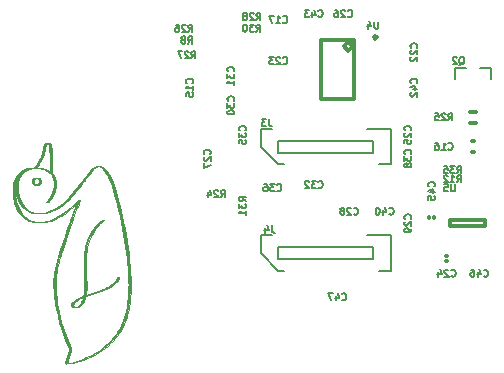
<source format=gbo>
G04 #@! TF.FileFunction,Legend,Bot*
%FSLAX46Y46*%
G04 Gerber Fmt 4.6, Leading zero omitted, Abs format (unit mm)*
G04 Created by KiCad (PCBNEW (after 2015-mar-04 BZR unknown)-product) date Thu 09 Apr 2015 03:29:38 PM EDT*
%MOMM*%
G01*
G04 APERTURE LIST*
%ADD10C,0.100000*%
%ADD11C,0.350000*%
%ADD12C,0.150000*%
G04 APERTURE END LIST*
D10*
G36*
X106048126Y-118360746D02*
X106141552Y-118359024D01*
X106247575Y-118350665D01*
X106364465Y-118336038D01*
X106380194Y-118333477D01*
X106151827Y-118333477D01*
X106139374Y-118332355D01*
X106137633Y-118327374D01*
X106140346Y-118318490D01*
X106147242Y-118295532D01*
X106157961Y-118259713D01*
X106172141Y-118212247D01*
X106189418Y-118154347D01*
X106209432Y-118087228D01*
X106231820Y-118012102D01*
X106256221Y-117930183D01*
X106282271Y-117842685D01*
X106309131Y-117752434D01*
X106342365Y-117640503D01*
X106371185Y-117542895D01*
X106395846Y-117458682D01*
X106416603Y-117386936D01*
X106433712Y-117326730D01*
X106447429Y-117277134D01*
X106458009Y-117237223D01*
X106465709Y-117206068D01*
X106470783Y-117182740D01*
X106473488Y-117166313D01*
X106474080Y-117155858D01*
X106473957Y-117154318D01*
X106469708Y-117137596D01*
X106459906Y-117109014D01*
X106445578Y-117071244D01*
X106427748Y-117026955D01*
X106407439Y-116978821D01*
X106400675Y-116963248D01*
X106322209Y-116779841D01*
X106242009Y-116584683D01*
X106161566Y-116381644D01*
X106082371Y-116174594D01*
X106005914Y-115967401D01*
X105933687Y-115763936D01*
X105893612Y-115647065D01*
X105757976Y-115229221D01*
X105636043Y-114818380D01*
X105527632Y-114413692D01*
X105432562Y-114014306D01*
X105350654Y-113619372D01*
X105281727Y-113228040D01*
X105225602Y-112839458D01*
X105182098Y-112452776D01*
X105158704Y-112177991D01*
X105155903Y-112129511D01*
X105153558Y-112067787D01*
X105151668Y-111995198D01*
X105150235Y-111914126D01*
X105149258Y-111826953D01*
X105148737Y-111736060D01*
X105148673Y-111643828D01*
X105149066Y-111552638D01*
X105149915Y-111464872D01*
X105151221Y-111382911D01*
X105152985Y-111309136D01*
X105155205Y-111245929D01*
X105157883Y-111195671D01*
X105158647Y-111185118D01*
X105176139Y-110992881D01*
X105198878Y-110801193D01*
X105227215Y-110608353D01*
X105261504Y-110412659D01*
X105302099Y-110212411D01*
X105349352Y-110005905D01*
X105403617Y-109791441D01*
X105465247Y-109567317D01*
X105534595Y-109331832D01*
X105561739Y-109243234D01*
X105580011Y-109184837D01*
X105602963Y-109112592D01*
X105630177Y-109027767D01*
X105661234Y-108931626D01*
X105695713Y-108825434D01*
X105733196Y-108710459D01*
X105773264Y-108587965D01*
X105815498Y-108459218D01*
X105859479Y-108325484D01*
X105904788Y-108188028D01*
X105951004Y-108048116D01*
X105997711Y-107907014D01*
X106044487Y-107765987D01*
X106090915Y-107626301D01*
X106136575Y-107489222D01*
X106181048Y-107356015D01*
X106223914Y-107227946D01*
X106264756Y-107106281D01*
X106303153Y-106992285D01*
X106338687Y-106887225D01*
X106370938Y-106792364D01*
X106399487Y-106708970D01*
X106423916Y-106638308D01*
X106431873Y-106615511D01*
X106528236Y-106342446D01*
X106624645Y-106073478D01*
X106720478Y-105810279D01*
X106815111Y-105554523D01*
X106907922Y-105307883D01*
X106998286Y-105072032D01*
X107085583Y-104848645D01*
X107148952Y-104689577D01*
X107216273Y-104522104D01*
X107127289Y-104515531D01*
X107038304Y-104508958D01*
X106830957Y-104715228D01*
X106664627Y-104877230D01*
X106503441Y-105026952D01*
X106345173Y-105166260D01*
X106187596Y-105297017D01*
X106028482Y-105421087D01*
X105865605Y-105540335D01*
X105746373Y-105623153D01*
X105533159Y-105762841D01*
X105324203Y-105889062D01*
X105119812Y-106001678D01*
X104920290Y-106100552D01*
X104725944Y-106185549D01*
X104537078Y-106256531D01*
X104354000Y-106313363D01*
X104177013Y-106355907D01*
X104059717Y-106376694D01*
X103885817Y-106395016D01*
X103713709Y-106397625D01*
X103544066Y-106384718D01*
X103377560Y-106356493D01*
X103214866Y-106313147D01*
X103056654Y-106254878D01*
X102903599Y-106181884D01*
X102756373Y-106094361D01*
X102615648Y-105992507D01*
X102542270Y-105931331D01*
X102422421Y-105816173D01*
X102310599Y-105687679D01*
X102207079Y-105546453D01*
X102112139Y-105393098D01*
X102026055Y-105228220D01*
X101949105Y-105052422D01*
X101881565Y-104866309D01*
X101823712Y-104670485D01*
X101775823Y-104465554D01*
X101738176Y-104252121D01*
X101723540Y-104144530D01*
X101701699Y-103921518D01*
X101692303Y-103708392D01*
X101695354Y-103505174D01*
X101710849Y-103311888D01*
X101735529Y-103145936D01*
X101741635Y-103114950D01*
X101747063Y-103091425D01*
X101751019Y-103078616D01*
X101752262Y-103077297D01*
X101752879Y-103086037D01*
X101752292Y-103107859D01*
X101750636Y-103139948D01*
X101748045Y-103179492D01*
X101746275Y-103203324D01*
X101739767Y-103369496D01*
X101744854Y-103543016D01*
X101761026Y-103720846D01*
X101787773Y-103899948D01*
X101824586Y-104077284D01*
X101870953Y-104249815D01*
X101926367Y-104414504D01*
X101966233Y-104514129D01*
X102042969Y-104678306D01*
X102126806Y-104828452D01*
X102218081Y-104964984D01*
X102317132Y-105088317D01*
X102424298Y-105198866D01*
X102539917Y-105297046D01*
X102664328Y-105383274D01*
X102683488Y-105395033D01*
X102819229Y-105468064D01*
X102966047Y-105529952D01*
X103123443Y-105580532D01*
X103290923Y-105619635D01*
X103413720Y-105640066D01*
X103475867Y-105646770D01*
X103550291Y-105651494D01*
X103633446Y-105654261D01*
X103721784Y-105655091D01*
X103811759Y-105654006D01*
X103899824Y-105651026D01*
X103982433Y-105646173D01*
X104056039Y-105639467D01*
X104083610Y-105636077D01*
X104317508Y-105596801D01*
X104545560Y-105542893D01*
X104767394Y-105474510D01*
X104982640Y-105391809D01*
X105190927Y-105294948D01*
X105391882Y-105184083D01*
X105585134Y-105059373D01*
X105768056Y-104922783D01*
X105831296Y-104871067D01*
X105893418Y-104817921D01*
X105955861Y-104761942D01*
X106020066Y-104701730D01*
X106087474Y-104635883D01*
X106159525Y-104563000D01*
X106237659Y-104481680D01*
X106323316Y-104390521D01*
X106397121Y-104310770D01*
X106481189Y-104218075D01*
X106573036Y-104114325D01*
X106671090Y-104001384D01*
X106773778Y-103881117D01*
X106879524Y-103755387D01*
X106986758Y-103626060D01*
X107093904Y-103494999D01*
X107199390Y-103364070D01*
X107255193Y-103293972D01*
X107299559Y-103237996D01*
X107351638Y-103172296D01*
X107409230Y-103099645D01*
X107470138Y-103022814D01*
X107532164Y-102944578D01*
X107593110Y-102867708D01*
X107650776Y-102794978D01*
X107669299Y-102771617D01*
X107743703Y-102677597D01*
X107809144Y-102594459D01*
X107866739Y-102520724D01*
X107917604Y-102454911D01*
X107962856Y-102395541D01*
X108003611Y-102341135D01*
X108040985Y-102290212D01*
X108076095Y-102241293D01*
X108110057Y-102192899D01*
X108143988Y-102143549D01*
X108151571Y-102132400D01*
X108219005Y-102038118D01*
X108284369Y-101957594D01*
X108349462Y-101889117D01*
X108416086Y-101830971D01*
X108486039Y-101781443D01*
X108561123Y-101738819D01*
X108569482Y-101734623D01*
X108631987Y-101705805D01*
X108683925Y-101686873D01*
X108726899Y-101677400D01*
X108762508Y-101676959D01*
X108776239Y-101679513D01*
X108862426Y-101708196D01*
X108947148Y-101750079D01*
X109030787Y-101805527D01*
X109113722Y-101874905D01*
X109196336Y-101958578D01*
X109279009Y-102056912D01*
X109362123Y-102170270D01*
X109446057Y-102299018D01*
X109478057Y-102351734D01*
X109549915Y-102478489D01*
X109619264Y-102613629D01*
X109686499Y-102758160D01*
X109752019Y-102913089D01*
X109816220Y-103079422D01*
X109879499Y-103258166D01*
X109942253Y-103450326D01*
X110004880Y-103656910D01*
X110036896Y-103768136D01*
X110188309Y-104315912D01*
X110329328Y-104853072D01*
X110460204Y-105380878D01*
X110581191Y-105900589D01*
X110692540Y-106413465D01*
X110794504Y-106920768D01*
X110887336Y-107423757D01*
X110971287Y-107923693D01*
X111046612Y-108421836D01*
X111113561Y-108919447D01*
X111172388Y-109417785D01*
X111176841Y-109458556D01*
X111213920Y-109819586D01*
X111245185Y-110166243D01*
X111270658Y-110498994D01*
X111290364Y-110818309D01*
X111304327Y-111124657D01*
X111312568Y-111418506D01*
X111315112Y-111700327D01*
X111311983Y-111970587D01*
X111308674Y-112090267D01*
X111296463Y-112375860D01*
X111278923Y-112648560D01*
X111255818Y-112910587D01*
X111226913Y-113164163D01*
X111191972Y-113411510D01*
X111150759Y-113654848D01*
X111132178Y-113753030D01*
X111075805Y-114018738D01*
X111012741Y-114270910D01*
X110942469Y-114510717D01*
X110864474Y-114739328D01*
X110778239Y-114957915D01*
X110683248Y-115167646D01*
X110578985Y-115369692D01*
X110464934Y-115565224D01*
X110340579Y-115755412D01*
X110205404Y-115941425D01*
X110117998Y-116052620D01*
X109921179Y-116284278D01*
X109714488Y-116504469D01*
X109497543Y-116713484D01*
X109269960Y-116911612D01*
X109031359Y-117099141D01*
X108781357Y-117276362D01*
X108519571Y-117443563D01*
X108245619Y-117601035D01*
X107959119Y-117749066D01*
X107742519Y-117851022D01*
X107480359Y-117963660D01*
X107222595Y-118062174D01*
X106967393Y-118147121D01*
X106712914Y-118219059D01*
X106457322Y-118278546D01*
X106198779Y-118326137D01*
X106151827Y-118333477D01*
X106380194Y-118333477D01*
X106490495Y-118315518D01*
X106623933Y-118289475D01*
X106763052Y-118258283D01*
X106906122Y-118222312D01*
X107051414Y-118181935D01*
X107197198Y-118137525D01*
X107341746Y-118089453D01*
X107393186Y-118071308D01*
X107694389Y-117956148D01*
X107987025Y-117829699D01*
X108270630Y-117692309D01*
X108544739Y-117544323D01*
X108808890Y-117386091D01*
X109062616Y-117217960D01*
X109305454Y-117040276D01*
X109536939Y-116853388D01*
X109756607Y-116657643D01*
X109963993Y-116453389D01*
X110158634Y-116240973D01*
X110340065Y-116020742D01*
X110507821Y-115793045D01*
X110579580Y-115686939D01*
X110687955Y-115514966D01*
X110786964Y-115342301D01*
X110877366Y-115167077D01*
X110959919Y-114987428D01*
X111035382Y-114801487D01*
X111104511Y-114607387D01*
X111168066Y-114403262D01*
X111226805Y-114187245D01*
X111280836Y-113960377D01*
X111331893Y-113713494D01*
X111376087Y-113460358D01*
X111413626Y-113199329D01*
X111444715Y-112928763D01*
X111469560Y-112647020D01*
X111488368Y-112352457D01*
X111492101Y-112277677D01*
X111493410Y-112240998D01*
X111494587Y-112190431D01*
X111495626Y-112128039D01*
X111496522Y-112055885D01*
X111497269Y-111976029D01*
X111497862Y-111890535D01*
X111498295Y-111801464D01*
X111498563Y-111710878D01*
X111498660Y-111620840D01*
X111498581Y-111533412D01*
X111498320Y-111450655D01*
X111497872Y-111374632D01*
X111497231Y-111307404D01*
X111496392Y-111251035D01*
X111495349Y-111207586D01*
X111494984Y-111197080D01*
X111469955Y-110689209D01*
X111433554Y-110171471D01*
X111385939Y-109645016D01*
X111327272Y-109110996D01*
X111257712Y-108570560D01*
X111177418Y-108024859D01*
X111086552Y-107475045D01*
X110985272Y-106922267D01*
X110873739Y-106367677D01*
X110752113Y-105812424D01*
X110737867Y-105750236D01*
X110707380Y-105619176D01*
X110674445Y-105480235D01*
X110639485Y-105335065D01*
X110602924Y-105185324D01*
X110565185Y-105032665D01*
X110526692Y-104878745D01*
X110487868Y-104725217D01*
X110449137Y-104573736D01*
X110410923Y-104425959D01*
X110373648Y-104283539D01*
X110337737Y-104148132D01*
X110303613Y-104021393D01*
X110271700Y-103904976D01*
X110242420Y-103800538D01*
X110216198Y-103709732D01*
X110212352Y-103696704D01*
X110138609Y-103459144D01*
X110061609Y-103233118D01*
X109981630Y-103019276D01*
X109898947Y-102818269D01*
X109813837Y-102630746D01*
X109726578Y-102457358D01*
X109637445Y-102298756D01*
X109574441Y-102197426D01*
X109490746Y-102077222D01*
X109405937Y-101972686D01*
X109319686Y-101883555D01*
X109231663Y-101809566D01*
X109141542Y-101750456D01*
X109048993Y-101705963D01*
X108953689Y-101675823D01*
X108912455Y-101667328D01*
X108870857Y-101660893D01*
X108827524Y-101655580D01*
X108785324Y-101651574D01*
X108747125Y-101649059D01*
X108715794Y-101648218D01*
X108694201Y-101649235D01*
X108685213Y-101652293D01*
X108685117Y-101652765D01*
X108677812Y-101657257D01*
X108658529Y-101661730D01*
X108631216Y-101665304D01*
X108627061Y-101665676D01*
X108542029Y-101679359D01*
X108453611Y-101705418D01*
X108365927Y-101742155D01*
X108283093Y-101787870D01*
X108216353Y-101835080D01*
X108178592Y-101867143D01*
X108141054Y-101903092D01*
X108102147Y-101944745D01*
X108060279Y-101993923D01*
X108013857Y-102052445D01*
X107961289Y-102122130D01*
X107941083Y-102149577D01*
X107777939Y-102369836D01*
X107606027Y-102597035D01*
X107424871Y-102831775D01*
X107233997Y-103074660D01*
X107032930Y-103326291D01*
X106821196Y-103587270D01*
X106598320Y-103858201D01*
X106520577Y-103951900D01*
X106399117Y-104096604D01*
X106285529Y-104228937D01*
X106178878Y-104349824D01*
X106078223Y-104460190D01*
X105982629Y-104560959D01*
X105891157Y-104653055D01*
X105802870Y-104737405D01*
X105716829Y-104814931D01*
X105632098Y-104886559D01*
X105547737Y-104953213D01*
X105462811Y-105015818D01*
X105391491Y-105065184D01*
X105193203Y-105190197D01*
X104991621Y-105300611D01*
X104787340Y-105396182D01*
X104580958Y-105476670D01*
X104373069Y-105541831D01*
X104164270Y-105591425D01*
X104043836Y-105612827D01*
X103983165Y-105620291D01*
X103911650Y-105625840D01*
X103833019Y-105629450D01*
X103751005Y-105631099D01*
X103669336Y-105630763D01*
X103591742Y-105628418D01*
X103521955Y-105624042D01*
X103463703Y-105617611D01*
X103456351Y-105616493D01*
X103322237Y-105589333D01*
X103190004Y-105551203D01*
X103063547Y-105503439D01*
X102946759Y-105447376D01*
X102920476Y-105432763D01*
X102794090Y-105351333D01*
X102674796Y-105256110D01*
X102562962Y-105147767D01*
X102458959Y-105026974D01*
X102363154Y-104894401D01*
X102275916Y-104750721D01*
X102197615Y-104596604D01*
X102128618Y-104432722D01*
X102069296Y-104259746D01*
X102020016Y-104078346D01*
X101981147Y-103889194D01*
X101953059Y-103692962D01*
X101950235Y-103667129D01*
X101945511Y-103610842D01*
X101941893Y-103544276D01*
X101939405Y-103470976D01*
X101938072Y-103394487D01*
X101937917Y-103318354D01*
X101938965Y-103246123D01*
X101941239Y-103181338D01*
X101944765Y-103127544D01*
X101946457Y-103110550D01*
X101953523Y-103064528D01*
X101758101Y-103064528D01*
X101756198Y-103053855D01*
X101757472Y-103049243D01*
X101761013Y-103046222D01*
X101762290Y-103054061D01*
X101760824Y-103064405D01*
X101758101Y-103064528D01*
X101953523Y-103064528D01*
X101971119Y-102949927D01*
X102007726Y-102799064D01*
X102056124Y-102658217D01*
X102116161Y-102527641D01*
X102187683Y-102407593D01*
X102270536Y-102298328D01*
X102364568Y-102200101D01*
X102469624Y-102113168D01*
X102585553Y-102037784D01*
X102592040Y-102034092D01*
X102691659Y-101983411D01*
X102801591Y-101937460D01*
X102918213Y-101897244D01*
X103037900Y-101863767D01*
X103157029Y-101838034D01*
X103271976Y-101821051D01*
X103379118Y-101813821D01*
X103386832Y-101813699D01*
X103421510Y-101812888D01*
X103456099Y-101811399D01*
X103488354Y-101809440D01*
X103516029Y-101807222D01*
X103536880Y-101804954D01*
X103548660Y-101802845D01*
X103549124Y-101801104D01*
X103536028Y-101799941D01*
X103534868Y-101799898D01*
X103500506Y-101798682D01*
X103537114Y-101748839D01*
X103559240Y-101717846D01*
X103588210Y-101675970D01*
X103622316Y-101625791D01*
X103659850Y-101569887D01*
X103699106Y-101510840D01*
X103738374Y-101451229D01*
X103775948Y-101393634D01*
X103810120Y-101340634D01*
X103839182Y-101294811D01*
X103860441Y-101260377D01*
X103936744Y-101128851D01*
X104004760Y-101000842D01*
X104063803Y-100877853D01*
X104113191Y-100761388D01*
X104152238Y-100652949D01*
X104178192Y-100562575D01*
X104184391Y-100533885D01*
X104192042Y-100492944D01*
X104200539Y-100443318D01*
X104209277Y-100388572D01*
X104217651Y-100332271D01*
X104219481Y-100319341D01*
X104233590Y-100223062D01*
X104247149Y-100140687D01*
X104260658Y-100070203D01*
X104274619Y-100009599D01*
X104289532Y-99956863D01*
X104305899Y-99909984D01*
X104324221Y-99866949D01*
X104340112Y-99834905D01*
X104356144Y-99808890D01*
X104377635Y-99780033D01*
X104401911Y-99751256D01*
X104426297Y-99725478D01*
X104448120Y-99705622D01*
X104464705Y-99694607D01*
X104469769Y-99693313D01*
X104484382Y-99700141D01*
X104502323Y-99718329D01*
X104520989Y-99744431D01*
X104537777Y-99775001D01*
X104545820Y-99793939D01*
X104560714Y-99837963D01*
X104572799Y-99884058D01*
X104582812Y-99935898D01*
X104591486Y-99997157D01*
X104597778Y-100053657D01*
X104602680Y-100102405D01*
X104607045Y-100147826D01*
X104610904Y-100191125D01*
X104614290Y-100233508D01*
X104617236Y-100276178D01*
X104619775Y-100320342D01*
X104621939Y-100367203D01*
X104623761Y-100417966D01*
X104625274Y-100473837D01*
X104626509Y-100536020D01*
X104627500Y-100605720D01*
X104628279Y-100684141D01*
X104628880Y-100772490D01*
X104629333Y-100871970D01*
X104629673Y-100983786D01*
X104629932Y-101109143D01*
X104630142Y-101249115D01*
X104631250Y-102083191D01*
X104578733Y-102051285D01*
X104436921Y-101973858D01*
X104290275Y-101910724D01*
X104140158Y-101862360D01*
X103987934Y-101829244D01*
X103916138Y-101819094D01*
X103879456Y-101815256D01*
X103836718Y-101811511D01*
X103790478Y-101807997D01*
X103743293Y-101804857D01*
X103697717Y-101802229D01*
X103656307Y-101800254D01*
X103621617Y-101799073D01*
X103596203Y-101798826D01*
X103582620Y-101799653D01*
X103581193Y-101800703D01*
X103590235Y-101803000D01*
X103611927Y-101806291D01*
X103643032Y-101810139D01*
X103680315Y-101814106D01*
X103680879Y-101814162D01*
X103840667Y-101836854D01*
X103993576Y-101872532D01*
X104138884Y-101920794D01*
X104275870Y-101981238D01*
X104403811Y-102053461D01*
X104521986Y-102137060D01*
X104629673Y-102231635D01*
X104726149Y-102336782D01*
X104801999Y-102438927D01*
X104869853Y-102554568D01*
X104923422Y-102677116D01*
X104962683Y-102806339D01*
X104987612Y-102942003D01*
X104998188Y-103083875D01*
X104994386Y-103231722D01*
X104976184Y-103385311D01*
X104943559Y-103544408D01*
X104919828Y-103632905D01*
X104872008Y-103778139D01*
X104811541Y-103928642D01*
X104739713Y-104081919D01*
X104657811Y-104235475D01*
X104567119Y-104386815D01*
X104468924Y-104533445D01*
X104422912Y-104596850D01*
X104400194Y-104627520D01*
X104381402Y-104653166D01*
X104368338Y-104671307D01*
X104362804Y-104679465D01*
X104362731Y-104679658D01*
X104369718Y-104681209D01*
X104386732Y-104682376D01*
X104388650Y-104682443D01*
X104409122Y-104683620D01*
X104439440Y-104685958D01*
X104473583Y-104688986D01*
X104478923Y-104689496D01*
X104543279Y-104695706D01*
X104614496Y-104599319D01*
X104724939Y-104440147D01*
X104824872Y-104276231D01*
X104913672Y-104109065D01*
X104990713Y-103940141D01*
X105055370Y-103770952D01*
X105107019Y-103602990D01*
X105145033Y-103437749D01*
X105168789Y-103276719D01*
X105168933Y-103275325D01*
X105173192Y-103214309D01*
X105174796Y-103144107D01*
X105173893Y-103069555D01*
X105170633Y-102995489D01*
X105165164Y-102926746D01*
X105157635Y-102868161D01*
X105156122Y-102859341D01*
X105128487Y-102743050D01*
X105088177Y-102627512D01*
X105037024Y-102517266D01*
X104979249Y-102420385D01*
X104950220Y-102380272D01*
X104915333Y-102336492D01*
X104878287Y-102293362D01*
X104842783Y-102255199D01*
X104814057Y-102227656D01*
X104789387Y-102206049D01*
X104812344Y-102205725D01*
X104835301Y-102205401D01*
X104828748Y-102115683D01*
X104827820Y-102095107D01*
X104826914Y-102059803D01*
X104826040Y-102010994D01*
X104825208Y-101949901D01*
X104824428Y-101877747D01*
X104823710Y-101795754D01*
X104823064Y-101705143D01*
X104822501Y-101607138D01*
X104822031Y-101502959D01*
X104821662Y-101393829D01*
X104821407Y-101280971D01*
X104821317Y-101216515D01*
X104821133Y-101076242D01*
X104820881Y-100950739D01*
X104820528Y-100838828D01*
X104820040Y-100739331D01*
X104819384Y-100651067D01*
X104818527Y-100572859D01*
X104817436Y-100503528D01*
X104816078Y-100441894D01*
X104814420Y-100386779D01*
X104812429Y-100337004D01*
X104810071Y-100291390D01*
X104807313Y-100248759D01*
X104804123Y-100207931D01*
X104800467Y-100167727D01*
X104796312Y-100126969D01*
X104791625Y-100084478D01*
X104788834Y-100060157D01*
X104775712Y-99963361D01*
X104760368Y-99881487D01*
X104742461Y-99813623D01*
X104721648Y-99758851D01*
X104697590Y-99716257D01*
X104669946Y-99684927D01*
X104641852Y-99665673D01*
X104613429Y-99656500D01*
X104573365Y-99650838D01*
X104525548Y-99648556D01*
X104473866Y-99649525D01*
X104422206Y-99653613D01*
X104374457Y-99660692D01*
X104334505Y-99670630D01*
X104318991Y-99676488D01*
X104269252Y-99706859D01*
X104222873Y-99752069D01*
X104180401Y-99811257D01*
X104142378Y-99883563D01*
X104109351Y-99968127D01*
X104087356Y-100042244D01*
X104080109Y-100073063D01*
X104071147Y-100115899D01*
X104061197Y-100167008D01*
X104050983Y-100222647D01*
X104041230Y-100279069D01*
X104039688Y-100288363D01*
X104026525Y-100366597D01*
X104014822Y-100431892D01*
X104003890Y-100487111D01*
X103993037Y-100535119D01*
X103981574Y-100578780D01*
X103968811Y-100620959D01*
X103954058Y-100664519D01*
X103939247Y-100705286D01*
X103883871Y-100841829D01*
X103816595Y-100985899D01*
X103738433Y-101135669D01*
X103650401Y-101289309D01*
X103553516Y-101444991D01*
X103448794Y-101600887D01*
X103414863Y-101649021D01*
X103314034Y-101790443D01*
X103217500Y-101790575D01*
X103037067Y-101796773D01*
X102867240Y-101814859D01*
X102708025Y-101844830D01*
X102559428Y-101886684D01*
X102421458Y-101940419D01*
X102294120Y-102006033D01*
X102177421Y-102083524D01*
X102135797Y-102116141D01*
X102097616Y-102149416D01*
X102053747Y-102190838D01*
X102007710Y-102236799D01*
X101963023Y-102283689D01*
X101923205Y-102327897D01*
X101891776Y-102365816D01*
X101889411Y-102368886D01*
X101829266Y-102453681D01*
X101769604Y-102549120D01*
X101713137Y-102650272D01*
X101662576Y-102752205D01*
X101620632Y-102849986D01*
X101611042Y-102875291D01*
X101590456Y-102935619D01*
X101569812Y-103003645D01*
X101550511Y-103074159D01*
X101533957Y-103141951D01*
X101521551Y-103201814D01*
X101518724Y-103218211D01*
X101511217Y-103278548D01*
X101505752Y-103352325D01*
X101502295Y-103437167D01*
X101500810Y-103530701D01*
X101501263Y-103630551D01*
X101503620Y-103734345D01*
X101507844Y-103839706D01*
X101513901Y-103944262D01*
X101521757Y-104045639D01*
X101531376Y-104141460D01*
X101532407Y-104150412D01*
X101564104Y-104372261D01*
X101606303Y-104584777D01*
X101658799Y-104787560D01*
X101721387Y-104980216D01*
X101793861Y-105162346D01*
X101876017Y-105333555D01*
X101967649Y-105493445D01*
X102068551Y-105641619D01*
X102178520Y-105777682D01*
X102297349Y-105901235D01*
X102424834Y-106011882D01*
X102537079Y-106093638D01*
X102636748Y-106154335D01*
X102748093Y-106211348D01*
X102866943Y-106262789D01*
X102989125Y-106306768D01*
X103046702Y-106324377D01*
X103234503Y-106370218D01*
X103427948Y-106401346D01*
X103626428Y-106417720D01*
X103829335Y-106419301D01*
X104036060Y-106406048D01*
X104127102Y-106395633D01*
X104316571Y-106364246D01*
X104512401Y-106318350D01*
X104714433Y-106257991D01*
X104922512Y-106183216D01*
X105136481Y-106094074D01*
X105164545Y-106081512D01*
X105368863Y-105982833D01*
X105576018Y-105870140D01*
X105784202Y-105744679D01*
X105991608Y-105607696D01*
X106196430Y-105460436D01*
X106396862Y-105304144D01*
X106591097Y-105140067D01*
X106776798Y-104969955D01*
X106809161Y-104939274D01*
X106837466Y-104912860D01*
X106859738Y-104892522D01*
X106874004Y-104880067D01*
X106878280Y-104876986D01*
X106878964Y-104883247D01*
X106875416Y-104894930D01*
X106814663Y-105051565D01*
X106757146Y-105201006D01*
X106702182Y-105345133D01*
X106649084Y-105485827D01*
X106597167Y-105624967D01*
X106545746Y-105764436D01*
X106494135Y-105906112D01*
X106441648Y-106051876D01*
X106387600Y-106203610D01*
X106331305Y-106363193D01*
X106272079Y-106532506D01*
X106209236Y-106713430D01*
X106149391Y-106886657D01*
X106019408Y-107266833D01*
X105895774Y-107634911D01*
X105777787Y-107993098D01*
X105664744Y-108343603D01*
X105555943Y-108688632D01*
X105450680Y-109030394D01*
X105348254Y-109371096D01*
X105247962Y-109712946D01*
X105228130Y-109781539D01*
X105179449Y-109955388D01*
X105137138Y-110117979D01*
X105100599Y-110272402D01*
X105069232Y-110421745D01*
X105042438Y-110569097D01*
X105019618Y-110717546D01*
X105000173Y-110870183D01*
X104983504Y-111030095D01*
X104981242Y-111054506D01*
X104963691Y-111306579D01*
X104955864Y-111570181D01*
X104957641Y-111844292D01*
X104968905Y-112127891D01*
X104989536Y-112419956D01*
X105019416Y-112719468D01*
X105058424Y-113025404D01*
X105106444Y-113336744D01*
X105163355Y-113652467D01*
X105229038Y-113971553D01*
X105303376Y-114292979D01*
X105386248Y-114615726D01*
X105403224Y-114678117D01*
X105466448Y-114900628D01*
X105536365Y-115132588D01*
X105611925Y-115370979D01*
X105692078Y-115612786D01*
X105775772Y-115854992D01*
X105861959Y-116094579D01*
X105949587Y-116328532D01*
X106037607Y-116553833D01*
X106124968Y-116767467D01*
X106157202Y-116843624D01*
X106178952Y-116893594D01*
X106201925Y-116944827D01*
X106224117Y-116992952D01*
X106243522Y-117033601D01*
X106253836Y-117054223D01*
X106269974Y-117087083D01*
X106282831Y-117116179D01*
X106290815Y-117137731D01*
X106292653Y-117146404D01*
X106290420Y-117156554D01*
X106283955Y-117180781D01*
X106273604Y-117217885D01*
X106259716Y-117266668D01*
X106242638Y-117325928D01*
X106222718Y-117394466D01*
X106200304Y-117471081D01*
X106175744Y-117554574D01*
X106149384Y-117643745D01*
X106121574Y-117737393D01*
X106114580Y-117760879D01*
X105936508Y-118358525D01*
X106048126Y-118360746D01*
X106048126Y-118360746D01*
X106048126Y-118360746D01*
G37*
X106048126Y-118360746D02*
X106141552Y-118359024D01*
X106247575Y-118350665D01*
X106364465Y-118336038D01*
X106380194Y-118333477D01*
X106151827Y-118333477D01*
X106139374Y-118332355D01*
X106137633Y-118327374D01*
X106140346Y-118318490D01*
X106147242Y-118295532D01*
X106157961Y-118259713D01*
X106172141Y-118212247D01*
X106189418Y-118154347D01*
X106209432Y-118087228D01*
X106231820Y-118012102D01*
X106256221Y-117930183D01*
X106282271Y-117842685D01*
X106309131Y-117752434D01*
X106342365Y-117640503D01*
X106371185Y-117542895D01*
X106395846Y-117458682D01*
X106416603Y-117386936D01*
X106433712Y-117326730D01*
X106447429Y-117277134D01*
X106458009Y-117237223D01*
X106465709Y-117206068D01*
X106470783Y-117182740D01*
X106473488Y-117166313D01*
X106474080Y-117155858D01*
X106473957Y-117154318D01*
X106469708Y-117137596D01*
X106459906Y-117109014D01*
X106445578Y-117071244D01*
X106427748Y-117026955D01*
X106407439Y-116978821D01*
X106400675Y-116963248D01*
X106322209Y-116779841D01*
X106242009Y-116584683D01*
X106161566Y-116381644D01*
X106082371Y-116174594D01*
X106005914Y-115967401D01*
X105933687Y-115763936D01*
X105893612Y-115647065D01*
X105757976Y-115229221D01*
X105636043Y-114818380D01*
X105527632Y-114413692D01*
X105432562Y-114014306D01*
X105350654Y-113619372D01*
X105281727Y-113228040D01*
X105225602Y-112839458D01*
X105182098Y-112452776D01*
X105158704Y-112177991D01*
X105155903Y-112129511D01*
X105153558Y-112067787D01*
X105151668Y-111995198D01*
X105150235Y-111914126D01*
X105149258Y-111826953D01*
X105148737Y-111736060D01*
X105148673Y-111643828D01*
X105149066Y-111552638D01*
X105149915Y-111464872D01*
X105151221Y-111382911D01*
X105152985Y-111309136D01*
X105155205Y-111245929D01*
X105157883Y-111195671D01*
X105158647Y-111185118D01*
X105176139Y-110992881D01*
X105198878Y-110801193D01*
X105227215Y-110608353D01*
X105261504Y-110412659D01*
X105302099Y-110212411D01*
X105349352Y-110005905D01*
X105403617Y-109791441D01*
X105465247Y-109567317D01*
X105534595Y-109331832D01*
X105561739Y-109243234D01*
X105580011Y-109184837D01*
X105602963Y-109112592D01*
X105630177Y-109027767D01*
X105661234Y-108931626D01*
X105695713Y-108825434D01*
X105733196Y-108710459D01*
X105773264Y-108587965D01*
X105815498Y-108459218D01*
X105859479Y-108325484D01*
X105904788Y-108188028D01*
X105951004Y-108048116D01*
X105997711Y-107907014D01*
X106044487Y-107765987D01*
X106090915Y-107626301D01*
X106136575Y-107489222D01*
X106181048Y-107356015D01*
X106223914Y-107227946D01*
X106264756Y-107106281D01*
X106303153Y-106992285D01*
X106338687Y-106887225D01*
X106370938Y-106792364D01*
X106399487Y-106708970D01*
X106423916Y-106638308D01*
X106431873Y-106615511D01*
X106528236Y-106342446D01*
X106624645Y-106073478D01*
X106720478Y-105810279D01*
X106815111Y-105554523D01*
X106907922Y-105307883D01*
X106998286Y-105072032D01*
X107085583Y-104848645D01*
X107148952Y-104689577D01*
X107216273Y-104522104D01*
X107127289Y-104515531D01*
X107038304Y-104508958D01*
X106830957Y-104715228D01*
X106664627Y-104877230D01*
X106503441Y-105026952D01*
X106345173Y-105166260D01*
X106187596Y-105297017D01*
X106028482Y-105421087D01*
X105865605Y-105540335D01*
X105746373Y-105623153D01*
X105533159Y-105762841D01*
X105324203Y-105889062D01*
X105119812Y-106001678D01*
X104920290Y-106100552D01*
X104725944Y-106185549D01*
X104537078Y-106256531D01*
X104354000Y-106313363D01*
X104177013Y-106355907D01*
X104059717Y-106376694D01*
X103885817Y-106395016D01*
X103713709Y-106397625D01*
X103544066Y-106384718D01*
X103377560Y-106356493D01*
X103214866Y-106313147D01*
X103056654Y-106254878D01*
X102903599Y-106181884D01*
X102756373Y-106094361D01*
X102615648Y-105992507D01*
X102542270Y-105931331D01*
X102422421Y-105816173D01*
X102310599Y-105687679D01*
X102207079Y-105546453D01*
X102112139Y-105393098D01*
X102026055Y-105228220D01*
X101949105Y-105052422D01*
X101881565Y-104866309D01*
X101823712Y-104670485D01*
X101775823Y-104465554D01*
X101738176Y-104252121D01*
X101723540Y-104144530D01*
X101701699Y-103921518D01*
X101692303Y-103708392D01*
X101695354Y-103505174D01*
X101710849Y-103311888D01*
X101735529Y-103145936D01*
X101741635Y-103114950D01*
X101747063Y-103091425D01*
X101751019Y-103078616D01*
X101752262Y-103077297D01*
X101752879Y-103086037D01*
X101752292Y-103107859D01*
X101750636Y-103139948D01*
X101748045Y-103179492D01*
X101746275Y-103203324D01*
X101739767Y-103369496D01*
X101744854Y-103543016D01*
X101761026Y-103720846D01*
X101787773Y-103899948D01*
X101824586Y-104077284D01*
X101870953Y-104249815D01*
X101926367Y-104414504D01*
X101966233Y-104514129D01*
X102042969Y-104678306D01*
X102126806Y-104828452D01*
X102218081Y-104964984D01*
X102317132Y-105088317D01*
X102424298Y-105198866D01*
X102539917Y-105297046D01*
X102664328Y-105383274D01*
X102683488Y-105395033D01*
X102819229Y-105468064D01*
X102966047Y-105529952D01*
X103123443Y-105580532D01*
X103290923Y-105619635D01*
X103413720Y-105640066D01*
X103475867Y-105646770D01*
X103550291Y-105651494D01*
X103633446Y-105654261D01*
X103721784Y-105655091D01*
X103811759Y-105654006D01*
X103899824Y-105651026D01*
X103982433Y-105646173D01*
X104056039Y-105639467D01*
X104083610Y-105636077D01*
X104317508Y-105596801D01*
X104545560Y-105542893D01*
X104767394Y-105474510D01*
X104982640Y-105391809D01*
X105190927Y-105294948D01*
X105391882Y-105184083D01*
X105585134Y-105059373D01*
X105768056Y-104922783D01*
X105831296Y-104871067D01*
X105893418Y-104817921D01*
X105955861Y-104761942D01*
X106020066Y-104701730D01*
X106087474Y-104635883D01*
X106159525Y-104563000D01*
X106237659Y-104481680D01*
X106323316Y-104390521D01*
X106397121Y-104310770D01*
X106481189Y-104218075D01*
X106573036Y-104114325D01*
X106671090Y-104001384D01*
X106773778Y-103881117D01*
X106879524Y-103755387D01*
X106986758Y-103626060D01*
X107093904Y-103494999D01*
X107199390Y-103364070D01*
X107255193Y-103293972D01*
X107299559Y-103237996D01*
X107351638Y-103172296D01*
X107409230Y-103099645D01*
X107470138Y-103022814D01*
X107532164Y-102944578D01*
X107593110Y-102867708D01*
X107650776Y-102794978D01*
X107669299Y-102771617D01*
X107743703Y-102677597D01*
X107809144Y-102594459D01*
X107866739Y-102520724D01*
X107917604Y-102454911D01*
X107962856Y-102395541D01*
X108003611Y-102341135D01*
X108040985Y-102290212D01*
X108076095Y-102241293D01*
X108110057Y-102192899D01*
X108143988Y-102143549D01*
X108151571Y-102132400D01*
X108219005Y-102038118D01*
X108284369Y-101957594D01*
X108349462Y-101889117D01*
X108416086Y-101830971D01*
X108486039Y-101781443D01*
X108561123Y-101738819D01*
X108569482Y-101734623D01*
X108631987Y-101705805D01*
X108683925Y-101686873D01*
X108726899Y-101677400D01*
X108762508Y-101676959D01*
X108776239Y-101679513D01*
X108862426Y-101708196D01*
X108947148Y-101750079D01*
X109030787Y-101805527D01*
X109113722Y-101874905D01*
X109196336Y-101958578D01*
X109279009Y-102056912D01*
X109362123Y-102170270D01*
X109446057Y-102299018D01*
X109478057Y-102351734D01*
X109549915Y-102478489D01*
X109619264Y-102613629D01*
X109686499Y-102758160D01*
X109752019Y-102913089D01*
X109816220Y-103079422D01*
X109879499Y-103258166D01*
X109942253Y-103450326D01*
X110004880Y-103656910D01*
X110036896Y-103768136D01*
X110188309Y-104315912D01*
X110329328Y-104853072D01*
X110460204Y-105380878D01*
X110581191Y-105900589D01*
X110692540Y-106413465D01*
X110794504Y-106920768D01*
X110887336Y-107423757D01*
X110971287Y-107923693D01*
X111046612Y-108421836D01*
X111113561Y-108919447D01*
X111172388Y-109417785D01*
X111176841Y-109458556D01*
X111213920Y-109819586D01*
X111245185Y-110166243D01*
X111270658Y-110498994D01*
X111290364Y-110818309D01*
X111304327Y-111124657D01*
X111312568Y-111418506D01*
X111315112Y-111700327D01*
X111311983Y-111970587D01*
X111308674Y-112090267D01*
X111296463Y-112375860D01*
X111278923Y-112648560D01*
X111255818Y-112910587D01*
X111226913Y-113164163D01*
X111191972Y-113411510D01*
X111150759Y-113654848D01*
X111132178Y-113753030D01*
X111075805Y-114018738D01*
X111012741Y-114270910D01*
X110942469Y-114510717D01*
X110864474Y-114739328D01*
X110778239Y-114957915D01*
X110683248Y-115167646D01*
X110578985Y-115369692D01*
X110464934Y-115565224D01*
X110340579Y-115755412D01*
X110205404Y-115941425D01*
X110117998Y-116052620D01*
X109921179Y-116284278D01*
X109714488Y-116504469D01*
X109497543Y-116713484D01*
X109269960Y-116911612D01*
X109031359Y-117099141D01*
X108781357Y-117276362D01*
X108519571Y-117443563D01*
X108245619Y-117601035D01*
X107959119Y-117749066D01*
X107742519Y-117851022D01*
X107480359Y-117963660D01*
X107222595Y-118062174D01*
X106967393Y-118147121D01*
X106712914Y-118219059D01*
X106457322Y-118278546D01*
X106198779Y-118326137D01*
X106151827Y-118333477D01*
X106380194Y-118333477D01*
X106490495Y-118315518D01*
X106623933Y-118289475D01*
X106763052Y-118258283D01*
X106906122Y-118222312D01*
X107051414Y-118181935D01*
X107197198Y-118137525D01*
X107341746Y-118089453D01*
X107393186Y-118071308D01*
X107694389Y-117956148D01*
X107987025Y-117829699D01*
X108270630Y-117692309D01*
X108544739Y-117544323D01*
X108808890Y-117386091D01*
X109062616Y-117217960D01*
X109305454Y-117040276D01*
X109536939Y-116853388D01*
X109756607Y-116657643D01*
X109963993Y-116453389D01*
X110158634Y-116240973D01*
X110340065Y-116020742D01*
X110507821Y-115793045D01*
X110579580Y-115686939D01*
X110687955Y-115514966D01*
X110786964Y-115342301D01*
X110877366Y-115167077D01*
X110959919Y-114987428D01*
X111035382Y-114801487D01*
X111104511Y-114607387D01*
X111168066Y-114403262D01*
X111226805Y-114187245D01*
X111280836Y-113960377D01*
X111331893Y-113713494D01*
X111376087Y-113460358D01*
X111413626Y-113199329D01*
X111444715Y-112928763D01*
X111469560Y-112647020D01*
X111488368Y-112352457D01*
X111492101Y-112277677D01*
X111493410Y-112240998D01*
X111494587Y-112190431D01*
X111495626Y-112128039D01*
X111496522Y-112055885D01*
X111497269Y-111976029D01*
X111497862Y-111890535D01*
X111498295Y-111801464D01*
X111498563Y-111710878D01*
X111498660Y-111620840D01*
X111498581Y-111533412D01*
X111498320Y-111450655D01*
X111497872Y-111374632D01*
X111497231Y-111307404D01*
X111496392Y-111251035D01*
X111495349Y-111207586D01*
X111494984Y-111197080D01*
X111469955Y-110689209D01*
X111433554Y-110171471D01*
X111385939Y-109645016D01*
X111327272Y-109110996D01*
X111257712Y-108570560D01*
X111177418Y-108024859D01*
X111086552Y-107475045D01*
X110985272Y-106922267D01*
X110873739Y-106367677D01*
X110752113Y-105812424D01*
X110737867Y-105750236D01*
X110707380Y-105619176D01*
X110674445Y-105480235D01*
X110639485Y-105335065D01*
X110602924Y-105185324D01*
X110565185Y-105032665D01*
X110526692Y-104878745D01*
X110487868Y-104725217D01*
X110449137Y-104573736D01*
X110410923Y-104425959D01*
X110373648Y-104283539D01*
X110337737Y-104148132D01*
X110303613Y-104021393D01*
X110271700Y-103904976D01*
X110242420Y-103800538D01*
X110216198Y-103709732D01*
X110212352Y-103696704D01*
X110138609Y-103459144D01*
X110061609Y-103233118D01*
X109981630Y-103019276D01*
X109898947Y-102818269D01*
X109813837Y-102630746D01*
X109726578Y-102457358D01*
X109637445Y-102298756D01*
X109574441Y-102197426D01*
X109490746Y-102077222D01*
X109405937Y-101972686D01*
X109319686Y-101883555D01*
X109231663Y-101809566D01*
X109141542Y-101750456D01*
X109048993Y-101705963D01*
X108953689Y-101675823D01*
X108912455Y-101667328D01*
X108870857Y-101660893D01*
X108827524Y-101655580D01*
X108785324Y-101651574D01*
X108747125Y-101649059D01*
X108715794Y-101648218D01*
X108694201Y-101649235D01*
X108685213Y-101652293D01*
X108685117Y-101652765D01*
X108677812Y-101657257D01*
X108658529Y-101661730D01*
X108631216Y-101665304D01*
X108627061Y-101665676D01*
X108542029Y-101679359D01*
X108453611Y-101705418D01*
X108365927Y-101742155D01*
X108283093Y-101787870D01*
X108216353Y-101835080D01*
X108178592Y-101867143D01*
X108141054Y-101903092D01*
X108102147Y-101944745D01*
X108060279Y-101993923D01*
X108013857Y-102052445D01*
X107961289Y-102122130D01*
X107941083Y-102149577D01*
X107777939Y-102369836D01*
X107606027Y-102597035D01*
X107424871Y-102831775D01*
X107233997Y-103074660D01*
X107032930Y-103326291D01*
X106821196Y-103587270D01*
X106598320Y-103858201D01*
X106520577Y-103951900D01*
X106399117Y-104096604D01*
X106285529Y-104228937D01*
X106178878Y-104349824D01*
X106078223Y-104460190D01*
X105982629Y-104560959D01*
X105891157Y-104653055D01*
X105802870Y-104737405D01*
X105716829Y-104814931D01*
X105632098Y-104886559D01*
X105547737Y-104953213D01*
X105462811Y-105015818D01*
X105391491Y-105065184D01*
X105193203Y-105190197D01*
X104991621Y-105300611D01*
X104787340Y-105396182D01*
X104580958Y-105476670D01*
X104373069Y-105541831D01*
X104164270Y-105591425D01*
X104043836Y-105612827D01*
X103983165Y-105620291D01*
X103911650Y-105625840D01*
X103833019Y-105629450D01*
X103751005Y-105631099D01*
X103669336Y-105630763D01*
X103591742Y-105628418D01*
X103521955Y-105624042D01*
X103463703Y-105617611D01*
X103456351Y-105616493D01*
X103322237Y-105589333D01*
X103190004Y-105551203D01*
X103063547Y-105503439D01*
X102946759Y-105447376D01*
X102920476Y-105432763D01*
X102794090Y-105351333D01*
X102674796Y-105256110D01*
X102562962Y-105147767D01*
X102458959Y-105026974D01*
X102363154Y-104894401D01*
X102275916Y-104750721D01*
X102197615Y-104596604D01*
X102128618Y-104432722D01*
X102069296Y-104259746D01*
X102020016Y-104078346D01*
X101981147Y-103889194D01*
X101953059Y-103692962D01*
X101950235Y-103667129D01*
X101945511Y-103610842D01*
X101941893Y-103544276D01*
X101939405Y-103470976D01*
X101938072Y-103394487D01*
X101937917Y-103318354D01*
X101938965Y-103246123D01*
X101941239Y-103181338D01*
X101944765Y-103127544D01*
X101946457Y-103110550D01*
X101953523Y-103064528D01*
X101758101Y-103064528D01*
X101756198Y-103053855D01*
X101757472Y-103049243D01*
X101761013Y-103046222D01*
X101762290Y-103054061D01*
X101760824Y-103064405D01*
X101758101Y-103064528D01*
X101953523Y-103064528D01*
X101971119Y-102949927D01*
X102007726Y-102799064D01*
X102056124Y-102658217D01*
X102116161Y-102527641D01*
X102187683Y-102407593D01*
X102270536Y-102298328D01*
X102364568Y-102200101D01*
X102469624Y-102113168D01*
X102585553Y-102037784D01*
X102592040Y-102034092D01*
X102691659Y-101983411D01*
X102801591Y-101937460D01*
X102918213Y-101897244D01*
X103037900Y-101863767D01*
X103157029Y-101838034D01*
X103271976Y-101821051D01*
X103379118Y-101813821D01*
X103386832Y-101813699D01*
X103421510Y-101812888D01*
X103456099Y-101811399D01*
X103488354Y-101809440D01*
X103516029Y-101807222D01*
X103536880Y-101804954D01*
X103548660Y-101802845D01*
X103549124Y-101801104D01*
X103536028Y-101799941D01*
X103534868Y-101799898D01*
X103500506Y-101798682D01*
X103537114Y-101748839D01*
X103559240Y-101717846D01*
X103588210Y-101675970D01*
X103622316Y-101625791D01*
X103659850Y-101569887D01*
X103699106Y-101510840D01*
X103738374Y-101451229D01*
X103775948Y-101393634D01*
X103810120Y-101340634D01*
X103839182Y-101294811D01*
X103860441Y-101260377D01*
X103936744Y-101128851D01*
X104004760Y-101000842D01*
X104063803Y-100877853D01*
X104113191Y-100761388D01*
X104152238Y-100652949D01*
X104178192Y-100562575D01*
X104184391Y-100533885D01*
X104192042Y-100492944D01*
X104200539Y-100443318D01*
X104209277Y-100388572D01*
X104217651Y-100332271D01*
X104219481Y-100319341D01*
X104233590Y-100223062D01*
X104247149Y-100140687D01*
X104260658Y-100070203D01*
X104274619Y-100009599D01*
X104289532Y-99956863D01*
X104305899Y-99909984D01*
X104324221Y-99866949D01*
X104340112Y-99834905D01*
X104356144Y-99808890D01*
X104377635Y-99780033D01*
X104401911Y-99751256D01*
X104426297Y-99725478D01*
X104448120Y-99705622D01*
X104464705Y-99694607D01*
X104469769Y-99693313D01*
X104484382Y-99700141D01*
X104502323Y-99718329D01*
X104520989Y-99744431D01*
X104537777Y-99775001D01*
X104545820Y-99793939D01*
X104560714Y-99837963D01*
X104572799Y-99884058D01*
X104582812Y-99935898D01*
X104591486Y-99997157D01*
X104597778Y-100053657D01*
X104602680Y-100102405D01*
X104607045Y-100147826D01*
X104610904Y-100191125D01*
X104614290Y-100233508D01*
X104617236Y-100276178D01*
X104619775Y-100320342D01*
X104621939Y-100367203D01*
X104623761Y-100417966D01*
X104625274Y-100473837D01*
X104626509Y-100536020D01*
X104627500Y-100605720D01*
X104628279Y-100684141D01*
X104628880Y-100772490D01*
X104629333Y-100871970D01*
X104629673Y-100983786D01*
X104629932Y-101109143D01*
X104630142Y-101249115D01*
X104631250Y-102083191D01*
X104578733Y-102051285D01*
X104436921Y-101973858D01*
X104290275Y-101910724D01*
X104140158Y-101862360D01*
X103987934Y-101829244D01*
X103916138Y-101819094D01*
X103879456Y-101815256D01*
X103836718Y-101811511D01*
X103790478Y-101807997D01*
X103743293Y-101804857D01*
X103697717Y-101802229D01*
X103656307Y-101800254D01*
X103621617Y-101799073D01*
X103596203Y-101798826D01*
X103582620Y-101799653D01*
X103581193Y-101800703D01*
X103590235Y-101803000D01*
X103611927Y-101806291D01*
X103643032Y-101810139D01*
X103680315Y-101814106D01*
X103680879Y-101814162D01*
X103840667Y-101836854D01*
X103993576Y-101872532D01*
X104138884Y-101920794D01*
X104275870Y-101981238D01*
X104403811Y-102053461D01*
X104521986Y-102137060D01*
X104629673Y-102231635D01*
X104726149Y-102336782D01*
X104801999Y-102438927D01*
X104869853Y-102554568D01*
X104923422Y-102677116D01*
X104962683Y-102806339D01*
X104987612Y-102942003D01*
X104998188Y-103083875D01*
X104994386Y-103231722D01*
X104976184Y-103385311D01*
X104943559Y-103544408D01*
X104919828Y-103632905D01*
X104872008Y-103778139D01*
X104811541Y-103928642D01*
X104739713Y-104081919D01*
X104657811Y-104235475D01*
X104567119Y-104386815D01*
X104468924Y-104533445D01*
X104422912Y-104596850D01*
X104400194Y-104627520D01*
X104381402Y-104653166D01*
X104368338Y-104671307D01*
X104362804Y-104679465D01*
X104362731Y-104679658D01*
X104369718Y-104681209D01*
X104386732Y-104682376D01*
X104388650Y-104682443D01*
X104409122Y-104683620D01*
X104439440Y-104685958D01*
X104473583Y-104688986D01*
X104478923Y-104689496D01*
X104543279Y-104695706D01*
X104614496Y-104599319D01*
X104724939Y-104440147D01*
X104824872Y-104276231D01*
X104913672Y-104109065D01*
X104990713Y-103940141D01*
X105055370Y-103770952D01*
X105107019Y-103602990D01*
X105145033Y-103437749D01*
X105168789Y-103276719D01*
X105168933Y-103275325D01*
X105173192Y-103214309D01*
X105174796Y-103144107D01*
X105173893Y-103069555D01*
X105170633Y-102995489D01*
X105165164Y-102926746D01*
X105157635Y-102868161D01*
X105156122Y-102859341D01*
X105128487Y-102743050D01*
X105088177Y-102627512D01*
X105037024Y-102517266D01*
X104979249Y-102420385D01*
X104950220Y-102380272D01*
X104915333Y-102336492D01*
X104878287Y-102293362D01*
X104842783Y-102255199D01*
X104814057Y-102227656D01*
X104789387Y-102206049D01*
X104812344Y-102205725D01*
X104835301Y-102205401D01*
X104828748Y-102115683D01*
X104827820Y-102095107D01*
X104826914Y-102059803D01*
X104826040Y-102010994D01*
X104825208Y-101949901D01*
X104824428Y-101877747D01*
X104823710Y-101795754D01*
X104823064Y-101705143D01*
X104822501Y-101607138D01*
X104822031Y-101502959D01*
X104821662Y-101393829D01*
X104821407Y-101280971D01*
X104821317Y-101216515D01*
X104821133Y-101076242D01*
X104820881Y-100950739D01*
X104820528Y-100838828D01*
X104820040Y-100739331D01*
X104819384Y-100651067D01*
X104818527Y-100572859D01*
X104817436Y-100503528D01*
X104816078Y-100441894D01*
X104814420Y-100386779D01*
X104812429Y-100337004D01*
X104810071Y-100291390D01*
X104807313Y-100248759D01*
X104804123Y-100207931D01*
X104800467Y-100167727D01*
X104796312Y-100126969D01*
X104791625Y-100084478D01*
X104788834Y-100060157D01*
X104775712Y-99963361D01*
X104760368Y-99881487D01*
X104742461Y-99813623D01*
X104721648Y-99758851D01*
X104697590Y-99716257D01*
X104669946Y-99684927D01*
X104641852Y-99665673D01*
X104613429Y-99656500D01*
X104573365Y-99650838D01*
X104525548Y-99648556D01*
X104473866Y-99649525D01*
X104422206Y-99653613D01*
X104374457Y-99660692D01*
X104334505Y-99670630D01*
X104318991Y-99676488D01*
X104269252Y-99706859D01*
X104222873Y-99752069D01*
X104180401Y-99811257D01*
X104142378Y-99883563D01*
X104109351Y-99968127D01*
X104087356Y-100042244D01*
X104080109Y-100073063D01*
X104071147Y-100115899D01*
X104061197Y-100167008D01*
X104050983Y-100222647D01*
X104041230Y-100279069D01*
X104039688Y-100288363D01*
X104026525Y-100366597D01*
X104014822Y-100431892D01*
X104003890Y-100487111D01*
X103993037Y-100535119D01*
X103981574Y-100578780D01*
X103968811Y-100620959D01*
X103954058Y-100664519D01*
X103939247Y-100705286D01*
X103883871Y-100841829D01*
X103816595Y-100985899D01*
X103738433Y-101135669D01*
X103650401Y-101289309D01*
X103553516Y-101444991D01*
X103448794Y-101600887D01*
X103414863Y-101649021D01*
X103314034Y-101790443D01*
X103217500Y-101790575D01*
X103037067Y-101796773D01*
X102867240Y-101814859D01*
X102708025Y-101844830D01*
X102559428Y-101886684D01*
X102421458Y-101940419D01*
X102294120Y-102006033D01*
X102177421Y-102083524D01*
X102135797Y-102116141D01*
X102097616Y-102149416D01*
X102053747Y-102190838D01*
X102007710Y-102236799D01*
X101963023Y-102283689D01*
X101923205Y-102327897D01*
X101891776Y-102365816D01*
X101889411Y-102368886D01*
X101829266Y-102453681D01*
X101769604Y-102549120D01*
X101713137Y-102650272D01*
X101662576Y-102752205D01*
X101620632Y-102849986D01*
X101611042Y-102875291D01*
X101590456Y-102935619D01*
X101569812Y-103003645D01*
X101550511Y-103074159D01*
X101533957Y-103141951D01*
X101521551Y-103201814D01*
X101518724Y-103218211D01*
X101511217Y-103278548D01*
X101505752Y-103352325D01*
X101502295Y-103437167D01*
X101500810Y-103530701D01*
X101501263Y-103630551D01*
X101503620Y-103734345D01*
X101507844Y-103839706D01*
X101513901Y-103944262D01*
X101521757Y-104045639D01*
X101531376Y-104141460D01*
X101532407Y-104150412D01*
X101564104Y-104372261D01*
X101606303Y-104584777D01*
X101658799Y-104787560D01*
X101721387Y-104980216D01*
X101793861Y-105162346D01*
X101876017Y-105333555D01*
X101967649Y-105493445D01*
X102068551Y-105641619D01*
X102178520Y-105777682D01*
X102297349Y-105901235D01*
X102424834Y-106011882D01*
X102537079Y-106093638D01*
X102636748Y-106154335D01*
X102748093Y-106211348D01*
X102866943Y-106262789D01*
X102989125Y-106306768D01*
X103046702Y-106324377D01*
X103234503Y-106370218D01*
X103427948Y-106401346D01*
X103626428Y-106417720D01*
X103829335Y-106419301D01*
X104036060Y-106406048D01*
X104127102Y-106395633D01*
X104316571Y-106364246D01*
X104512401Y-106318350D01*
X104714433Y-106257991D01*
X104922512Y-106183216D01*
X105136481Y-106094074D01*
X105164545Y-106081512D01*
X105368863Y-105982833D01*
X105576018Y-105870140D01*
X105784202Y-105744679D01*
X105991608Y-105607696D01*
X106196430Y-105460436D01*
X106396862Y-105304144D01*
X106591097Y-105140067D01*
X106776798Y-104969955D01*
X106809161Y-104939274D01*
X106837466Y-104912860D01*
X106859738Y-104892522D01*
X106874004Y-104880067D01*
X106878280Y-104876986D01*
X106878964Y-104883247D01*
X106875416Y-104894930D01*
X106814663Y-105051565D01*
X106757146Y-105201006D01*
X106702182Y-105345133D01*
X106649084Y-105485827D01*
X106597167Y-105624967D01*
X106545746Y-105764436D01*
X106494135Y-105906112D01*
X106441648Y-106051876D01*
X106387600Y-106203610D01*
X106331305Y-106363193D01*
X106272079Y-106532506D01*
X106209236Y-106713430D01*
X106149391Y-106886657D01*
X106019408Y-107266833D01*
X105895774Y-107634911D01*
X105777787Y-107993098D01*
X105664744Y-108343603D01*
X105555943Y-108688632D01*
X105450680Y-109030394D01*
X105348254Y-109371096D01*
X105247962Y-109712946D01*
X105228130Y-109781539D01*
X105179449Y-109955388D01*
X105137138Y-110117979D01*
X105100599Y-110272402D01*
X105069232Y-110421745D01*
X105042438Y-110569097D01*
X105019618Y-110717546D01*
X105000173Y-110870183D01*
X104983504Y-111030095D01*
X104981242Y-111054506D01*
X104963691Y-111306579D01*
X104955864Y-111570181D01*
X104957641Y-111844292D01*
X104968905Y-112127891D01*
X104989536Y-112419956D01*
X105019416Y-112719468D01*
X105058424Y-113025404D01*
X105106444Y-113336744D01*
X105163355Y-113652467D01*
X105229038Y-113971553D01*
X105303376Y-114292979D01*
X105386248Y-114615726D01*
X105403224Y-114678117D01*
X105466448Y-114900628D01*
X105536365Y-115132588D01*
X105611925Y-115370979D01*
X105692078Y-115612786D01*
X105775772Y-115854992D01*
X105861959Y-116094579D01*
X105949587Y-116328532D01*
X106037607Y-116553833D01*
X106124968Y-116767467D01*
X106157202Y-116843624D01*
X106178952Y-116893594D01*
X106201925Y-116944827D01*
X106224117Y-116992952D01*
X106243522Y-117033601D01*
X106253836Y-117054223D01*
X106269974Y-117087083D01*
X106282831Y-117116179D01*
X106290815Y-117137731D01*
X106292653Y-117146404D01*
X106290420Y-117156554D01*
X106283955Y-117180781D01*
X106273604Y-117217885D01*
X106259716Y-117266668D01*
X106242638Y-117325928D01*
X106222718Y-117394466D01*
X106200304Y-117471081D01*
X106175744Y-117554574D01*
X106149384Y-117643745D01*
X106121574Y-117737393D01*
X106114580Y-117760879D01*
X105936508Y-118358525D01*
X106048126Y-118360746D01*
X106048126Y-118360746D01*
G36*
X103529476Y-103243463D02*
X103585500Y-103241472D01*
X103636217Y-103237080D01*
X103677492Y-103230305D01*
X103694182Y-103225734D01*
X103711497Y-103218133D01*
X103515718Y-103218133D01*
X103496036Y-103213304D01*
X103468416Y-103200650D01*
X103437141Y-103182597D01*
X103406494Y-103161567D01*
X103385509Y-103144414D01*
X103340307Y-103093646D01*
X103309372Y-103036651D01*
X103292961Y-102974829D01*
X103291331Y-102909581D01*
X103304741Y-102842304D01*
X103321729Y-102797965D01*
X103344110Y-102760405D01*
X103374946Y-102724126D01*
X103410966Y-102691746D01*
X103448896Y-102665886D01*
X103485463Y-102649166D01*
X103513930Y-102644094D01*
X103545482Y-102650863D01*
X103581173Y-102669266D01*
X103617913Y-102696717D01*
X103652612Y-102730633D01*
X103682182Y-102768428D01*
X103700140Y-102799874D01*
X103718820Y-102850455D01*
X103726900Y-102902420D01*
X103724664Y-102959744D01*
X103715384Y-103013298D01*
X103703137Y-103048054D01*
X103682289Y-103087164D01*
X103656541Y-103124831D01*
X103629592Y-103155256D01*
X103619017Y-103164320D01*
X103594853Y-103180818D01*
X103567410Y-103196771D01*
X103541410Y-103209719D01*
X103521575Y-103217203D01*
X103515718Y-103218133D01*
X103711497Y-103218133D01*
X103762347Y-103195811D01*
X103820556Y-103156011D01*
X103867610Y-103107776D01*
X103902309Y-103052543D01*
X103923453Y-102991753D01*
X103929706Y-102943077D01*
X103929247Y-102908912D01*
X103925910Y-102876285D01*
X103921306Y-102855354D01*
X103891098Y-102786485D01*
X103849722Y-102728981D01*
X103797384Y-102683024D01*
X103734289Y-102648798D01*
X103664929Y-102627392D01*
X103631261Y-102622467D01*
X103586508Y-102619196D01*
X103535447Y-102617604D01*
X103482861Y-102617712D01*
X103433528Y-102619543D01*
X103392227Y-102623121D01*
X103373846Y-102626004D01*
X103298823Y-102646266D01*
X103236896Y-102674728D01*
X103187132Y-102712003D01*
X103148598Y-102758704D01*
X103134599Y-102783103D01*
X103122059Y-102808577D01*
X103113977Y-102829030D01*
X103109383Y-102849326D01*
X103107302Y-102874329D01*
X103106764Y-102908904D01*
X103106758Y-102922363D01*
X103107250Y-102962503D01*
X103109169Y-102991478D01*
X103113294Y-103014061D01*
X103120405Y-103035022D01*
X103127974Y-103052135D01*
X103164837Y-103112962D01*
X103213422Y-103163087D01*
X103273319Y-103202165D01*
X103334967Y-103227111D01*
X103370889Y-103234878D01*
X103418036Y-103240182D01*
X103472276Y-103243038D01*
X103529476Y-103243463D01*
X103529476Y-103243463D01*
X103529476Y-103243463D01*
G37*
X103529476Y-103243463D02*
X103585500Y-103241472D01*
X103636217Y-103237080D01*
X103677492Y-103230305D01*
X103694182Y-103225734D01*
X103711497Y-103218133D01*
X103515718Y-103218133D01*
X103496036Y-103213304D01*
X103468416Y-103200650D01*
X103437141Y-103182597D01*
X103406494Y-103161567D01*
X103385509Y-103144414D01*
X103340307Y-103093646D01*
X103309372Y-103036651D01*
X103292961Y-102974829D01*
X103291331Y-102909581D01*
X103304741Y-102842304D01*
X103321729Y-102797965D01*
X103344110Y-102760405D01*
X103374946Y-102724126D01*
X103410966Y-102691746D01*
X103448896Y-102665886D01*
X103485463Y-102649166D01*
X103513930Y-102644094D01*
X103545482Y-102650863D01*
X103581173Y-102669266D01*
X103617913Y-102696717D01*
X103652612Y-102730633D01*
X103682182Y-102768428D01*
X103700140Y-102799874D01*
X103718820Y-102850455D01*
X103726900Y-102902420D01*
X103724664Y-102959744D01*
X103715384Y-103013298D01*
X103703137Y-103048054D01*
X103682289Y-103087164D01*
X103656541Y-103124831D01*
X103629592Y-103155256D01*
X103619017Y-103164320D01*
X103594853Y-103180818D01*
X103567410Y-103196771D01*
X103541410Y-103209719D01*
X103521575Y-103217203D01*
X103515718Y-103218133D01*
X103711497Y-103218133D01*
X103762347Y-103195811D01*
X103820556Y-103156011D01*
X103867610Y-103107776D01*
X103902309Y-103052543D01*
X103923453Y-102991753D01*
X103929706Y-102943077D01*
X103929247Y-102908912D01*
X103925910Y-102876285D01*
X103921306Y-102855354D01*
X103891098Y-102786485D01*
X103849722Y-102728981D01*
X103797384Y-102683024D01*
X103734289Y-102648798D01*
X103664929Y-102627392D01*
X103631261Y-102622467D01*
X103586508Y-102619196D01*
X103535447Y-102617604D01*
X103482861Y-102617712D01*
X103433528Y-102619543D01*
X103392227Y-102623121D01*
X103373846Y-102626004D01*
X103298823Y-102646266D01*
X103236896Y-102674728D01*
X103187132Y-102712003D01*
X103148598Y-102758704D01*
X103134599Y-102783103D01*
X103122059Y-102808577D01*
X103113977Y-102829030D01*
X103109383Y-102849326D01*
X103107302Y-102874329D01*
X103106764Y-102908904D01*
X103106758Y-102922363D01*
X103107250Y-102962503D01*
X103109169Y-102991478D01*
X103113294Y-103014061D01*
X103120405Y-103035022D01*
X103127974Y-103052135D01*
X103164837Y-103112962D01*
X103213422Y-103163087D01*
X103273319Y-103202165D01*
X103334967Y-103227111D01*
X103370889Y-103234878D01*
X103418036Y-103240182D01*
X103472276Y-103243038D01*
X103529476Y-103243463D01*
X103529476Y-103243463D01*
G36*
X106757035Y-113616903D02*
X106817987Y-113615364D01*
X106874025Y-113611958D01*
X106919967Y-113606738D01*
X106922668Y-113606307D01*
X106975761Y-113593533D01*
X106753593Y-113593533D01*
X106721977Y-113585751D01*
X106692216Y-113563169D01*
X106665726Y-113526930D01*
X106661425Y-113519065D01*
X106649859Y-113494222D01*
X106643247Y-113470799D01*
X106640298Y-113442539D01*
X106639714Y-113413684D01*
X106640289Y-113380515D01*
X106643223Y-113355323D01*
X106650048Y-113331822D01*
X106662296Y-113303727D01*
X106670754Y-113286355D01*
X106707692Y-113226441D01*
X106759942Y-113164789D01*
X106827010Y-113101791D01*
X106908403Y-113037838D01*
X107003625Y-112973324D01*
X107112182Y-112908641D01*
X107217739Y-112852204D01*
X107252956Y-112834608D01*
X107292320Y-112815525D01*
X107333084Y-112796215D01*
X107372501Y-112777943D01*
X107407822Y-112761971D01*
X107436302Y-112749563D01*
X107455192Y-112741982D01*
X107461331Y-112740220D01*
X107463950Y-112742107D01*
X107464030Y-112749058D01*
X107461059Y-112763012D01*
X107454528Y-112785906D01*
X107443925Y-112819679D01*
X107428740Y-112866267D01*
X107425644Y-112875670D01*
X107376373Y-113007545D01*
X107319562Y-113127624D01*
X107255624Y-113235419D01*
X107184974Y-113330441D01*
X107108024Y-113412202D01*
X107025189Y-113480213D01*
X106936881Y-113533986D01*
X106843515Y-113573032D01*
X106832111Y-113576667D01*
X106801016Y-113585233D01*
X106772627Y-113591304D01*
X106753593Y-113593533D01*
X106975761Y-113593533D01*
X107024794Y-113581736D01*
X107120821Y-113542499D01*
X107210662Y-113488704D01*
X107294227Y-113420458D01*
X107371429Y-113337870D01*
X107442179Y-113241048D01*
X107506389Y-113130099D01*
X107563969Y-113005131D01*
X107614833Y-112866253D01*
X107658890Y-112713572D01*
X107661037Y-112705085D01*
X107668386Y-112678097D01*
X107675792Y-112662016D01*
X107686908Y-112652212D01*
X107705382Y-112644051D01*
X107710721Y-112642045D01*
X107724360Y-112637252D01*
X107751830Y-112627861D01*
X107791826Y-112614307D01*
X107843045Y-112597030D01*
X107904184Y-112576467D01*
X107973940Y-112553056D01*
X108051009Y-112527235D01*
X108134087Y-112499442D01*
X108221873Y-112470115D01*
X108294348Y-112445931D01*
X108388516Y-112414443D01*
X108481687Y-112383129D01*
X108572211Y-112352554D01*
X108658440Y-112323282D01*
X108738725Y-112295876D01*
X108811416Y-112270900D01*
X108874864Y-112248919D01*
X108927420Y-112230496D01*
X108967435Y-112216195D01*
X108984176Y-112210038D01*
X109191309Y-112128480D01*
X109386272Y-112043430D01*
X109568357Y-111955253D01*
X109736857Y-111864317D01*
X109891064Y-111770987D01*
X110030272Y-111675628D01*
X110060553Y-111653100D01*
X110163238Y-111572756D01*
X110251580Y-111497805D01*
X110326068Y-111427779D01*
X110387195Y-111362211D01*
X110435450Y-111300633D01*
X110444641Y-111287194D01*
X110469461Y-111245253D01*
X110490998Y-111200213D01*
X110507514Y-111156451D01*
X110517275Y-111118343D01*
X110519172Y-111099388D01*
X110519340Y-111073470D01*
X110424753Y-111073470D01*
X110330165Y-111073470D01*
X110325240Y-111115056D01*
X110315416Y-111156533D01*
X110295846Y-111205342D01*
X110268377Y-111257857D01*
X110234858Y-111310456D01*
X110206191Y-111348603D01*
X110146158Y-111415600D01*
X110072305Y-111485999D01*
X109986123Y-111558740D01*
X109889104Y-111632760D01*
X109782741Y-111706999D01*
X109668526Y-111780395D01*
X109547950Y-111851887D01*
X109422505Y-111920413D01*
X109351020Y-111956930D01*
X109286542Y-111988664D01*
X109223749Y-112018687D01*
X109161348Y-112047496D01*
X109098047Y-112075587D01*
X109032553Y-112103457D01*
X108963573Y-112131603D01*
X108889814Y-112160521D01*
X108809986Y-112190709D01*
X108722793Y-112222663D01*
X108626945Y-112256880D01*
X108521149Y-112293857D01*
X108404112Y-112334090D01*
X108274541Y-112378076D01*
X108131144Y-112426312D01*
X108119812Y-112430109D01*
X108041100Y-112456474D01*
X107967064Y-112481259D01*
X107899057Y-112504012D01*
X107838434Y-112524282D01*
X107786547Y-112541616D01*
X107744752Y-112555561D01*
X107714402Y-112565665D01*
X107696852Y-112571476D01*
X107692902Y-112572748D01*
X107693719Y-112565365D01*
X107696773Y-112545132D01*
X107701611Y-112514917D01*
X107707780Y-112477593D01*
X107709546Y-112467080D01*
X107730092Y-112330251D01*
X107746713Y-112186004D01*
X107759861Y-112030358D01*
X107760691Y-112018533D01*
X107764453Y-111946027D01*
X107766775Y-111859500D01*
X107767695Y-111760814D01*
X107767252Y-111651829D01*
X107765483Y-111534405D01*
X107762427Y-111410405D01*
X107758121Y-111281688D01*
X107752604Y-111150115D01*
X107745913Y-111017547D01*
X107738086Y-110885845D01*
X107737327Y-110874098D01*
X107729508Y-110753462D01*
X107722701Y-110647076D01*
X107716845Y-110553276D01*
X107711879Y-110470396D01*
X107707742Y-110396774D01*
X107704373Y-110330744D01*
X107701712Y-110270644D01*
X107699696Y-110214807D01*
X107698266Y-110161572D01*
X107697359Y-110109272D01*
X107696917Y-110056245D01*
X107696876Y-110000825D01*
X107697177Y-109941350D01*
X107697759Y-109876154D01*
X107698453Y-109812807D01*
X107700748Y-109671283D01*
X107704366Y-109542845D01*
X107709542Y-109424668D01*
X107716514Y-109313925D01*
X107725519Y-109207790D01*
X107736791Y-109103436D01*
X107750570Y-108998037D01*
X107767089Y-108888768D01*
X107784515Y-108784679D01*
X107838218Y-108517453D01*
X107905370Y-108255308D01*
X107985568Y-107999355D01*
X108078406Y-107750705D01*
X108183481Y-107510470D01*
X108300388Y-107279761D01*
X108388223Y-107125903D01*
X108486395Y-106970047D01*
X108586308Y-106828117D01*
X108689807Y-106698092D01*
X108798739Y-106577948D01*
X108914948Y-106465662D01*
X109040280Y-106359213D01*
X109176580Y-106256577D01*
X109190138Y-106246971D01*
X109197742Y-106240351D01*
X109193949Y-106237238D01*
X109176585Y-106236155D01*
X109174188Y-106236104D01*
X109150317Y-106234870D01*
X109117929Y-106232236D01*
X109086529Y-106229040D01*
X109029385Y-106222576D01*
X108950956Y-106276771D01*
X108828572Y-106369598D01*
X108707964Y-106477369D01*
X108589775Y-106599121D01*
X108474648Y-106733888D01*
X108363226Y-106880705D01*
X108256152Y-107038607D01*
X108154070Y-107206630D01*
X108057622Y-107383809D01*
X107967453Y-107569179D01*
X107884204Y-107761776D01*
X107808519Y-107960634D01*
X107786803Y-108023077D01*
X107715004Y-108253958D01*
X107652993Y-108494671D01*
X107601402Y-108741991D01*
X107560863Y-108992693D01*
X107532007Y-109243550D01*
X107521449Y-109378807D01*
X107516514Y-109461875D01*
X107512658Y-109543086D01*
X107509906Y-109623976D01*
X107508288Y-109706081D01*
X107507831Y-109790938D01*
X107508561Y-109880081D01*
X107510506Y-109975048D01*
X107513694Y-110077373D01*
X107518153Y-110188594D01*
X107523909Y-110310246D01*
X107530990Y-110443865D01*
X107539423Y-110590988D01*
X107544678Y-110678713D01*
X107554469Y-110843953D01*
X107562858Y-110994675D01*
X107569858Y-111132249D01*
X107575477Y-111258046D01*
X107579726Y-111373434D01*
X107582616Y-111479784D01*
X107584156Y-111578465D01*
X107584358Y-111670847D01*
X107583230Y-111758300D01*
X107580784Y-111842194D01*
X107577030Y-111923899D01*
X107571978Y-112004783D01*
X107565638Y-112086217D01*
X107558021Y-112169571D01*
X107556010Y-112189953D01*
X107550305Y-112243086D01*
X107543461Y-112300480D01*
X107535808Y-112359928D01*
X107527678Y-112419229D01*
X107519401Y-112476176D01*
X107511310Y-112528567D01*
X107503734Y-112574198D01*
X107497006Y-112610863D01*
X107491456Y-112636359D01*
X107487415Y-112648482D01*
X107487052Y-112648929D01*
X107479235Y-112652375D01*
X107459260Y-112660406D01*
X107429880Y-112671937D01*
X107393843Y-112685882D01*
X107381224Y-112690726D01*
X107229306Y-112751703D01*
X107092357Y-112812593D01*
X106969411Y-112873947D01*
X106859500Y-112936320D01*
X106761656Y-113000264D01*
X106674914Y-113066332D01*
X106598305Y-113135077D01*
X106590831Y-113142450D01*
X106543011Y-113191996D01*
X106506697Y-113234760D01*
X106480501Y-113273348D01*
X106463037Y-113310369D01*
X106452916Y-113348429D01*
X106448752Y-113390135D01*
X106448447Y-113409968D01*
X106449493Y-113447631D01*
X106452981Y-113475165D01*
X106459997Y-113498335D01*
X106468610Y-113517075D01*
X106496388Y-113559524D01*
X106530829Y-113588406D01*
X106574473Y-113605560D01*
X106596511Y-113609761D01*
X106641115Y-113614156D01*
X106696350Y-113616518D01*
X106757035Y-113616903D01*
X106757035Y-113616903D01*
X106757035Y-113616903D01*
G37*
X106757035Y-113616903D02*
X106817987Y-113615364D01*
X106874025Y-113611958D01*
X106919967Y-113606738D01*
X106922668Y-113606307D01*
X106975761Y-113593533D01*
X106753593Y-113593533D01*
X106721977Y-113585751D01*
X106692216Y-113563169D01*
X106665726Y-113526930D01*
X106661425Y-113519065D01*
X106649859Y-113494222D01*
X106643247Y-113470799D01*
X106640298Y-113442539D01*
X106639714Y-113413684D01*
X106640289Y-113380515D01*
X106643223Y-113355323D01*
X106650048Y-113331822D01*
X106662296Y-113303727D01*
X106670754Y-113286355D01*
X106707692Y-113226441D01*
X106759942Y-113164789D01*
X106827010Y-113101791D01*
X106908403Y-113037838D01*
X107003625Y-112973324D01*
X107112182Y-112908641D01*
X107217739Y-112852204D01*
X107252956Y-112834608D01*
X107292320Y-112815525D01*
X107333084Y-112796215D01*
X107372501Y-112777943D01*
X107407822Y-112761971D01*
X107436302Y-112749563D01*
X107455192Y-112741982D01*
X107461331Y-112740220D01*
X107463950Y-112742107D01*
X107464030Y-112749058D01*
X107461059Y-112763012D01*
X107454528Y-112785906D01*
X107443925Y-112819679D01*
X107428740Y-112866267D01*
X107425644Y-112875670D01*
X107376373Y-113007545D01*
X107319562Y-113127624D01*
X107255624Y-113235419D01*
X107184974Y-113330441D01*
X107108024Y-113412202D01*
X107025189Y-113480213D01*
X106936881Y-113533986D01*
X106843515Y-113573032D01*
X106832111Y-113576667D01*
X106801016Y-113585233D01*
X106772627Y-113591304D01*
X106753593Y-113593533D01*
X106975761Y-113593533D01*
X107024794Y-113581736D01*
X107120821Y-113542499D01*
X107210662Y-113488704D01*
X107294227Y-113420458D01*
X107371429Y-113337870D01*
X107442179Y-113241048D01*
X107506389Y-113130099D01*
X107563969Y-113005131D01*
X107614833Y-112866253D01*
X107658890Y-112713572D01*
X107661037Y-112705085D01*
X107668386Y-112678097D01*
X107675792Y-112662016D01*
X107686908Y-112652212D01*
X107705382Y-112644051D01*
X107710721Y-112642045D01*
X107724360Y-112637252D01*
X107751830Y-112627861D01*
X107791826Y-112614307D01*
X107843045Y-112597030D01*
X107904184Y-112576467D01*
X107973940Y-112553056D01*
X108051009Y-112527235D01*
X108134087Y-112499442D01*
X108221873Y-112470115D01*
X108294348Y-112445931D01*
X108388516Y-112414443D01*
X108481687Y-112383129D01*
X108572211Y-112352554D01*
X108658440Y-112323282D01*
X108738725Y-112295876D01*
X108811416Y-112270900D01*
X108874864Y-112248919D01*
X108927420Y-112230496D01*
X108967435Y-112216195D01*
X108984176Y-112210038D01*
X109191309Y-112128480D01*
X109386272Y-112043430D01*
X109568357Y-111955253D01*
X109736857Y-111864317D01*
X109891064Y-111770987D01*
X110030272Y-111675628D01*
X110060553Y-111653100D01*
X110163238Y-111572756D01*
X110251580Y-111497805D01*
X110326068Y-111427779D01*
X110387195Y-111362211D01*
X110435450Y-111300633D01*
X110444641Y-111287194D01*
X110469461Y-111245253D01*
X110490998Y-111200213D01*
X110507514Y-111156451D01*
X110517275Y-111118343D01*
X110519172Y-111099388D01*
X110519340Y-111073470D01*
X110424753Y-111073470D01*
X110330165Y-111073470D01*
X110325240Y-111115056D01*
X110315416Y-111156533D01*
X110295846Y-111205342D01*
X110268377Y-111257857D01*
X110234858Y-111310456D01*
X110206191Y-111348603D01*
X110146158Y-111415600D01*
X110072305Y-111485999D01*
X109986123Y-111558740D01*
X109889104Y-111632760D01*
X109782741Y-111706999D01*
X109668526Y-111780395D01*
X109547950Y-111851887D01*
X109422505Y-111920413D01*
X109351020Y-111956930D01*
X109286542Y-111988664D01*
X109223749Y-112018687D01*
X109161348Y-112047496D01*
X109098047Y-112075587D01*
X109032553Y-112103457D01*
X108963573Y-112131603D01*
X108889814Y-112160521D01*
X108809986Y-112190709D01*
X108722793Y-112222663D01*
X108626945Y-112256880D01*
X108521149Y-112293857D01*
X108404112Y-112334090D01*
X108274541Y-112378076D01*
X108131144Y-112426312D01*
X108119812Y-112430109D01*
X108041100Y-112456474D01*
X107967064Y-112481259D01*
X107899057Y-112504012D01*
X107838434Y-112524282D01*
X107786547Y-112541616D01*
X107744752Y-112555561D01*
X107714402Y-112565665D01*
X107696852Y-112571476D01*
X107692902Y-112572748D01*
X107693719Y-112565365D01*
X107696773Y-112545132D01*
X107701611Y-112514917D01*
X107707780Y-112477593D01*
X107709546Y-112467080D01*
X107730092Y-112330251D01*
X107746713Y-112186004D01*
X107759861Y-112030358D01*
X107760691Y-112018533D01*
X107764453Y-111946027D01*
X107766775Y-111859500D01*
X107767695Y-111760814D01*
X107767252Y-111651829D01*
X107765483Y-111534405D01*
X107762427Y-111410405D01*
X107758121Y-111281688D01*
X107752604Y-111150115D01*
X107745913Y-111017547D01*
X107738086Y-110885845D01*
X107737327Y-110874098D01*
X107729508Y-110753462D01*
X107722701Y-110647076D01*
X107716845Y-110553276D01*
X107711879Y-110470396D01*
X107707742Y-110396774D01*
X107704373Y-110330744D01*
X107701712Y-110270644D01*
X107699696Y-110214807D01*
X107698266Y-110161572D01*
X107697359Y-110109272D01*
X107696917Y-110056245D01*
X107696876Y-110000825D01*
X107697177Y-109941350D01*
X107697759Y-109876154D01*
X107698453Y-109812807D01*
X107700748Y-109671283D01*
X107704366Y-109542845D01*
X107709542Y-109424668D01*
X107716514Y-109313925D01*
X107725519Y-109207790D01*
X107736791Y-109103436D01*
X107750570Y-108998037D01*
X107767089Y-108888768D01*
X107784515Y-108784679D01*
X107838218Y-108517453D01*
X107905370Y-108255308D01*
X107985568Y-107999355D01*
X108078406Y-107750705D01*
X108183481Y-107510470D01*
X108300388Y-107279761D01*
X108388223Y-107125903D01*
X108486395Y-106970047D01*
X108586308Y-106828117D01*
X108689807Y-106698092D01*
X108798739Y-106577948D01*
X108914948Y-106465662D01*
X109040280Y-106359213D01*
X109176580Y-106256577D01*
X109190138Y-106246971D01*
X109197742Y-106240351D01*
X109193949Y-106237238D01*
X109176585Y-106236155D01*
X109174188Y-106236104D01*
X109150317Y-106234870D01*
X109117929Y-106232236D01*
X109086529Y-106229040D01*
X109029385Y-106222576D01*
X108950956Y-106276771D01*
X108828572Y-106369598D01*
X108707964Y-106477369D01*
X108589775Y-106599121D01*
X108474648Y-106733888D01*
X108363226Y-106880705D01*
X108256152Y-107038607D01*
X108154070Y-107206630D01*
X108057622Y-107383809D01*
X107967453Y-107569179D01*
X107884204Y-107761776D01*
X107808519Y-107960634D01*
X107786803Y-108023077D01*
X107715004Y-108253958D01*
X107652993Y-108494671D01*
X107601402Y-108741991D01*
X107560863Y-108992693D01*
X107532007Y-109243550D01*
X107521449Y-109378807D01*
X107516514Y-109461875D01*
X107512658Y-109543086D01*
X107509906Y-109623976D01*
X107508288Y-109706081D01*
X107507831Y-109790938D01*
X107508561Y-109880081D01*
X107510506Y-109975048D01*
X107513694Y-110077373D01*
X107518153Y-110188594D01*
X107523909Y-110310246D01*
X107530990Y-110443865D01*
X107539423Y-110590988D01*
X107544678Y-110678713D01*
X107554469Y-110843953D01*
X107562858Y-110994675D01*
X107569858Y-111132249D01*
X107575477Y-111258046D01*
X107579726Y-111373434D01*
X107582616Y-111479784D01*
X107584156Y-111578465D01*
X107584358Y-111670847D01*
X107583230Y-111758300D01*
X107580784Y-111842194D01*
X107577030Y-111923899D01*
X107571978Y-112004783D01*
X107565638Y-112086217D01*
X107558021Y-112169571D01*
X107556010Y-112189953D01*
X107550305Y-112243086D01*
X107543461Y-112300480D01*
X107535808Y-112359928D01*
X107527678Y-112419229D01*
X107519401Y-112476176D01*
X107511310Y-112528567D01*
X107503734Y-112574198D01*
X107497006Y-112610863D01*
X107491456Y-112636359D01*
X107487415Y-112648482D01*
X107487052Y-112648929D01*
X107479235Y-112652375D01*
X107459260Y-112660406D01*
X107429880Y-112671937D01*
X107393843Y-112685882D01*
X107381224Y-112690726D01*
X107229306Y-112751703D01*
X107092357Y-112812593D01*
X106969411Y-112873947D01*
X106859500Y-112936320D01*
X106761656Y-113000264D01*
X106674914Y-113066332D01*
X106598305Y-113135077D01*
X106590831Y-113142450D01*
X106543011Y-113191996D01*
X106506697Y-113234760D01*
X106480501Y-113273348D01*
X106463037Y-113310369D01*
X106452916Y-113348429D01*
X106448752Y-113390135D01*
X106448447Y-113409968D01*
X106449493Y-113447631D01*
X106452981Y-113475165D01*
X106459997Y-113498335D01*
X106468610Y-113517075D01*
X106496388Y-113559524D01*
X106530829Y-113588406D01*
X106574473Y-113605560D01*
X106596511Y-113609761D01*
X106641115Y-113614156D01*
X106696350Y-113616518D01*
X106757035Y-113616903D01*
X106757035Y-113616903D01*
D11*
X140429000Y-99529000D02*
X140571000Y-99529000D01*
X140571000Y-99529000D02*
X140429000Y-99529000D01*
X140429000Y-100471000D02*
X140571000Y-100471000D01*
X140571000Y-100471000D02*
X140429000Y-100471000D01*
D12*
X139900000Y-93300000D02*
X139000000Y-93300000D01*
X139000000Y-93300000D02*
X139000000Y-94300000D01*
X142000000Y-94300000D02*
X142000000Y-93300000D01*
X142000000Y-93300000D02*
X141100000Y-93300000D01*
D11*
X127583000Y-91000000D02*
X130417000Y-91000000D01*
X130417000Y-91000000D02*
X130417000Y-96000000D01*
X130417000Y-96000000D02*
X127583000Y-96000000D01*
X127583000Y-96000000D02*
X127583000Y-91000000D01*
X132348000Y-90741000D02*
X132221000Y-90614000D01*
X132221000Y-90614000D02*
X132094000Y-90741000D01*
X132094000Y-90741000D02*
X132221000Y-90868000D01*
X132221000Y-90868000D02*
X132348000Y-90741000D01*
X130290000Y-91508000D02*
X129909000Y-91127000D01*
X129909000Y-91127000D02*
X129528000Y-91508000D01*
X129528000Y-91508000D02*
X129909000Y-91889000D01*
X129909000Y-91889000D02*
X130290000Y-91508000D01*
X140771000Y-97971000D02*
X140229000Y-97971000D01*
X140229000Y-97971000D02*
X140771000Y-97971000D01*
X140771000Y-97029000D02*
X140229000Y-97029000D01*
X140229000Y-97029000D02*
X140771000Y-97029000D01*
D12*
X124000000Y-109500000D02*
X132000000Y-109500000D01*
X132000000Y-109500000D02*
X132000000Y-108500000D01*
X132000000Y-108500000D02*
X124000000Y-108500000D01*
X124000000Y-109500000D02*
X124000000Y-108500000D01*
X122500000Y-109000000D02*
X122500000Y-107500000D01*
X124500000Y-110500000D02*
X124000000Y-110500000D01*
X122500000Y-109000000D02*
X124000000Y-110500000D01*
X123500000Y-107500000D02*
X122500000Y-107500000D01*
X132500000Y-110500000D02*
X133500000Y-110500000D01*
X133500000Y-110500000D02*
X133500000Y-107500000D01*
X133500000Y-107500000D02*
X131500000Y-107500000D01*
X124000000Y-100500000D02*
X132000000Y-100500000D01*
X132000000Y-100500000D02*
X132000000Y-99500000D01*
X132000000Y-99500000D02*
X124000000Y-99500000D01*
X124000000Y-100500000D02*
X124000000Y-99500000D01*
X122500000Y-100000000D02*
X122500000Y-98500000D01*
X124500000Y-101500000D02*
X124000000Y-101500000D01*
X122500000Y-100000000D02*
X124000000Y-101500000D01*
X123500000Y-98500000D02*
X122500000Y-98500000D01*
X132500000Y-101500000D02*
X133500000Y-101500000D01*
X133500000Y-101500000D02*
X133500000Y-98500000D01*
X133500000Y-98500000D02*
X131500000Y-98500000D01*
D11*
X137221000Y-105954000D02*
X137221000Y-106046000D01*
X137221000Y-106046000D02*
X137221000Y-105954000D01*
X136779000Y-105954000D02*
X136779000Y-106046000D01*
X136779000Y-106046000D02*
X136779000Y-105954000D01*
X138500000Y-106250000D02*
X138500000Y-106750000D01*
X138500000Y-106750000D02*
X141500000Y-106750000D01*
X141500000Y-106750000D02*
X141500000Y-106250000D01*
X141500000Y-106250000D02*
X138500000Y-106250000D01*
X138296000Y-109721000D02*
X138204000Y-109721000D01*
X138204000Y-109721000D02*
X138296000Y-109721000D01*
X138296000Y-109279000D02*
X138204000Y-109279000D01*
X138204000Y-109279000D02*
X138296000Y-109279000D01*
D12*
X116714286Y-94614285D02*
X116742857Y-94585714D01*
X116771429Y-94500000D01*
X116771429Y-94442857D01*
X116742857Y-94357142D01*
X116685714Y-94300000D01*
X116628571Y-94271428D01*
X116514286Y-94242857D01*
X116428571Y-94242857D01*
X116314286Y-94271428D01*
X116257143Y-94300000D01*
X116200000Y-94357142D01*
X116171429Y-94442857D01*
X116171429Y-94500000D01*
X116200000Y-94585714D01*
X116228571Y-94614285D01*
X116771429Y-95185714D02*
X116771429Y-94842857D01*
X116771429Y-95014285D02*
X116171429Y-95014285D01*
X116257143Y-94957142D01*
X116314286Y-94900000D01*
X116342857Y-94842857D01*
X116171429Y-95728571D02*
X116171429Y-95442857D01*
X116457143Y-95414286D01*
X116428571Y-95442857D01*
X116400000Y-95500000D01*
X116400000Y-95642857D01*
X116428571Y-95700000D01*
X116457143Y-95728571D01*
X116514286Y-95757143D01*
X116657143Y-95757143D01*
X116714286Y-95728571D01*
X116742857Y-95700000D01*
X116771429Y-95642857D01*
X116771429Y-95500000D01*
X116742857Y-95442857D01*
X116714286Y-95414286D01*
X139135715Y-103021429D02*
X139335715Y-102735714D01*
X139478572Y-103021429D02*
X139478572Y-102421429D01*
X139250000Y-102421429D01*
X139192858Y-102450000D01*
X139164286Y-102478571D01*
X139135715Y-102535714D01*
X139135715Y-102621429D01*
X139164286Y-102678571D01*
X139192858Y-102707143D01*
X139250000Y-102735714D01*
X139478572Y-102735714D01*
X138564286Y-103021429D02*
X138907143Y-103021429D01*
X138735715Y-103021429D02*
X138735715Y-102421429D01*
X138792858Y-102507143D01*
X138850000Y-102564286D01*
X138907143Y-102592857D01*
X138335714Y-102478571D02*
X138307143Y-102450000D01*
X138250000Y-102421429D01*
X138107143Y-102421429D01*
X138050000Y-102450000D01*
X138021429Y-102478571D01*
X137992857Y-102535714D01*
X137992857Y-102592857D01*
X138021429Y-102678571D01*
X138364286Y-103021429D01*
X137992857Y-103021429D01*
X135714286Y-91614285D02*
X135742857Y-91585714D01*
X135771429Y-91500000D01*
X135771429Y-91442857D01*
X135742857Y-91357142D01*
X135685714Y-91300000D01*
X135628571Y-91271428D01*
X135514286Y-91242857D01*
X135428571Y-91242857D01*
X135314286Y-91271428D01*
X135257143Y-91300000D01*
X135200000Y-91357142D01*
X135171429Y-91442857D01*
X135171429Y-91500000D01*
X135200000Y-91585714D01*
X135228571Y-91614285D01*
X135228571Y-91842857D02*
X135200000Y-91871428D01*
X135171429Y-91928571D01*
X135171429Y-92071428D01*
X135200000Y-92128571D01*
X135228571Y-92157142D01*
X135285714Y-92185714D01*
X135342857Y-92185714D01*
X135428571Y-92157142D01*
X135771429Y-91814285D01*
X135771429Y-92185714D01*
X135228571Y-92414286D02*
X135200000Y-92442857D01*
X135171429Y-92500000D01*
X135171429Y-92642857D01*
X135200000Y-92700000D01*
X135228571Y-92728571D01*
X135285714Y-92757143D01*
X135342857Y-92757143D01*
X135428571Y-92728571D01*
X135771429Y-92385714D01*
X135771429Y-92757143D01*
X124385715Y-92964286D02*
X124414286Y-92992857D01*
X124500000Y-93021429D01*
X124557143Y-93021429D01*
X124642858Y-92992857D01*
X124700000Y-92935714D01*
X124728572Y-92878571D01*
X124757143Y-92764286D01*
X124757143Y-92678571D01*
X124728572Y-92564286D01*
X124700000Y-92507143D01*
X124642858Y-92450000D01*
X124557143Y-92421429D01*
X124500000Y-92421429D01*
X124414286Y-92450000D01*
X124385715Y-92478571D01*
X124157143Y-92478571D02*
X124128572Y-92450000D01*
X124071429Y-92421429D01*
X123928572Y-92421429D01*
X123871429Y-92450000D01*
X123842858Y-92478571D01*
X123814286Y-92535714D01*
X123814286Y-92592857D01*
X123842858Y-92678571D01*
X124185715Y-93021429D01*
X123814286Y-93021429D01*
X123614286Y-92421429D02*
X123242857Y-92421429D01*
X123442857Y-92650000D01*
X123357143Y-92650000D01*
X123300000Y-92678571D01*
X123271429Y-92707143D01*
X123242857Y-92764286D01*
X123242857Y-92907143D01*
X123271429Y-92964286D01*
X123300000Y-92992857D01*
X123357143Y-93021429D01*
X123528571Y-93021429D01*
X123585714Y-92992857D01*
X123614286Y-92964286D01*
X135214286Y-106114285D02*
X135242857Y-106085714D01*
X135271429Y-106000000D01*
X135271429Y-105942857D01*
X135242857Y-105857142D01*
X135185714Y-105800000D01*
X135128571Y-105771428D01*
X135014286Y-105742857D01*
X134928571Y-105742857D01*
X134814286Y-105771428D01*
X134757143Y-105800000D01*
X134700000Y-105857142D01*
X134671429Y-105942857D01*
X134671429Y-106000000D01*
X134700000Y-106085714D01*
X134728571Y-106114285D01*
X134728571Y-106342857D02*
X134700000Y-106371428D01*
X134671429Y-106428571D01*
X134671429Y-106571428D01*
X134700000Y-106628571D01*
X134728571Y-106657142D01*
X134785714Y-106685714D01*
X134842857Y-106685714D01*
X134928571Y-106657142D01*
X135271429Y-106314285D01*
X135271429Y-106685714D01*
X135271429Y-106971429D02*
X135271429Y-107085714D01*
X135242857Y-107142857D01*
X135214286Y-107171429D01*
X135128571Y-107228571D01*
X135014286Y-107257143D01*
X134785714Y-107257143D01*
X134728571Y-107228571D01*
X134700000Y-107200000D01*
X134671429Y-107142857D01*
X134671429Y-107028571D01*
X134700000Y-106971429D01*
X134728571Y-106942857D01*
X134785714Y-106914286D01*
X134928571Y-106914286D01*
X134985714Y-106942857D01*
X135014286Y-106971429D01*
X135042857Y-107028571D01*
X135042857Y-107142857D01*
X135014286Y-107200000D01*
X134985714Y-107228571D01*
X134928571Y-107257143D01*
X120214286Y-96114285D02*
X120242857Y-96085714D01*
X120271429Y-96000000D01*
X120271429Y-95942857D01*
X120242857Y-95857142D01*
X120185714Y-95800000D01*
X120128571Y-95771428D01*
X120014286Y-95742857D01*
X119928571Y-95742857D01*
X119814286Y-95771428D01*
X119757143Y-95800000D01*
X119700000Y-95857142D01*
X119671429Y-95942857D01*
X119671429Y-96000000D01*
X119700000Y-96085714D01*
X119728571Y-96114285D01*
X119671429Y-96314285D02*
X119671429Y-96685714D01*
X119900000Y-96485714D01*
X119900000Y-96571428D01*
X119928571Y-96628571D01*
X119957143Y-96657142D01*
X120014286Y-96685714D01*
X120157143Y-96685714D01*
X120214286Y-96657142D01*
X120242857Y-96628571D01*
X120271429Y-96571428D01*
X120271429Y-96400000D01*
X120242857Y-96342857D01*
X120214286Y-96314285D01*
X119671429Y-97057143D02*
X119671429Y-97114286D01*
X119700000Y-97171429D01*
X119728571Y-97200000D01*
X119785714Y-97228571D01*
X119900000Y-97257143D01*
X120042857Y-97257143D01*
X120157143Y-97228571D01*
X120214286Y-97200000D01*
X120242857Y-97171429D01*
X120271429Y-97114286D01*
X120271429Y-97057143D01*
X120242857Y-97000000D01*
X120214286Y-96971429D01*
X120157143Y-96942857D01*
X120042857Y-96914286D01*
X119900000Y-96914286D01*
X119785714Y-96942857D01*
X119728571Y-96971429D01*
X119700000Y-97000000D01*
X119671429Y-97057143D01*
X120214286Y-93614285D02*
X120242857Y-93585714D01*
X120271429Y-93500000D01*
X120271429Y-93442857D01*
X120242857Y-93357142D01*
X120185714Y-93300000D01*
X120128571Y-93271428D01*
X120014286Y-93242857D01*
X119928571Y-93242857D01*
X119814286Y-93271428D01*
X119757143Y-93300000D01*
X119700000Y-93357142D01*
X119671429Y-93442857D01*
X119671429Y-93500000D01*
X119700000Y-93585714D01*
X119728571Y-93614285D01*
X119671429Y-93814285D02*
X119671429Y-94185714D01*
X119900000Y-93985714D01*
X119900000Y-94071428D01*
X119928571Y-94128571D01*
X119957143Y-94157142D01*
X120014286Y-94185714D01*
X120157143Y-94185714D01*
X120214286Y-94157142D01*
X120242857Y-94128571D01*
X120271429Y-94071428D01*
X120271429Y-93900000D01*
X120242857Y-93842857D01*
X120214286Y-93814285D01*
X120271429Y-94757143D02*
X120271429Y-94414286D01*
X120271429Y-94585714D02*
X119671429Y-94585714D01*
X119757143Y-94528571D01*
X119814286Y-94471429D01*
X119842857Y-94414286D01*
X127385715Y-103464286D02*
X127414286Y-103492857D01*
X127500000Y-103521429D01*
X127557143Y-103521429D01*
X127642858Y-103492857D01*
X127700000Y-103435714D01*
X127728572Y-103378571D01*
X127757143Y-103264286D01*
X127757143Y-103178571D01*
X127728572Y-103064286D01*
X127700000Y-103007143D01*
X127642858Y-102950000D01*
X127557143Y-102921429D01*
X127500000Y-102921429D01*
X127414286Y-102950000D01*
X127385715Y-102978571D01*
X127185715Y-102921429D02*
X126814286Y-102921429D01*
X127014286Y-103150000D01*
X126928572Y-103150000D01*
X126871429Y-103178571D01*
X126842858Y-103207143D01*
X126814286Y-103264286D01*
X126814286Y-103407143D01*
X126842858Y-103464286D01*
X126871429Y-103492857D01*
X126928572Y-103521429D01*
X127100000Y-103521429D01*
X127157143Y-103492857D01*
X127185715Y-103464286D01*
X126585714Y-102978571D02*
X126557143Y-102950000D01*
X126500000Y-102921429D01*
X126357143Y-102921429D01*
X126300000Y-102950000D01*
X126271429Y-102978571D01*
X126242857Y-103035714D01*
X126242857Y-103092857D01*
X126271429Y-103178571D01*
X126614286Y-103521429D01*
X126242857Y-103521429D01*
X121214286Y-98614285D02*
X121242857Y-98585714D01*
X121271429Y-98500000D01*
X121271429Y-98442857D01*
X121242857Y-98357142D01*
X121185714Y-98300000D01*
X121128571Y-98271428D01*
X121014286Y-98242857D01*
X120928571Y-98242857D01*
X120814286Y-98271428D01*
X120757143Y-98300000D01*
X120700000Y-98357142D01*
X120671429Y-98442857D01*
X120671429Y-98500000D01*
X120700000Y-98585714D01*
X120728571Y-98614285D01*
X120671429Y-98814285D02*
X120671429Y-99185714D01*
X120900000Y-98985714D01*
X120900000Y-99071428D01*
X120928571Y-99128571D01*
X120957143Y-99157142D01*
X121014286Y-99185714D01*
X121157143Y-99185714D01*
X121214286Y-99157142D01*
X121242857Y-99128571D01*
X121271429Y-99071428D01*
X121271429Y-98900000D01*
X121242857Y-98842857D01*
X121214286Y-98814285D01*
X120671429Y-99728571D02*
X120671429Y-99442857D01*
X120957143Y-99414286D01*
X120928571Y-99442857D01*
X120900000Y-99500000D01*
X120900000Y-99642857D01*
X120928571Y-99700000D01*
X120957143Y-99728571D01*
X121014286Y-99757143D01*
X121157143Y-99757143D01*
X121214286Y-99728571D01*
X121242857Y-99700000D01*
X121271429Y-99642857D01*
X121271429Y-99500000D01*
X121242857Y-99442857D01*
X121214286Y-99414286D01*
X123885715Y-103714286D02*
X123914286Y-103742857D01*
X124000000Y-103771429D01*
X124057143Y-103771429D01*
X124142858Y-103742857D01*
X124200000Y-103685714D01*
X124228572Y-103628571D01*
X124257143Y-103514286D01*
X124257143Y-103428571D01*
X124228572Y-103314286D01*
X124200000Y-103257143D01*
X124142858Y-103200000D01*
X124057143Y-103171429D01*
X124000000Y-103171429D01*
X123914286Y-103200000D01*
X123885715Y-103228571D01*
X123685715Y-103171429D02*
X123314286Y-103171429D01*
X123514286Y-103400000D01*
X123428572Y-103400000D01*
X123371429Y-103428571D01*
X123342858Y-103457143D01*
X123314286Y-103514286D01*
X123314286Y-103657143D01*
X123342858Y-103714286D01*
X123371429Y-103742857D01*
X123428572Y-103771429D01*
X123600000Y-103771429D01*
X123657143Y-103742857D01*
X123685715Y-103714286D01*
X122800000Y-103171429D02*
X122914286Y-103171429D01*
X122971429Y-103200000D01*
X123000000Y-103228571D01*
X123057143Y-103314286D01*
X123085714Y-103428571D01*
X123085714Y-103657143D01*
X123057143Y-103714286D01*
X123028571Y-103742857D01*
X122971429Y-103771429D01*
X122857143Y-103771429D01*
X122800000Y-103742857D01*
X122771429Y-103714286D01*
X122742857Y-103657143D01*
X122742857Y-103514286D01*
X122771429Y-103457143D01*
X122800000Y-103428571D01*
X122857143Y-103400000D01*
X122971429Y-103400000D01*
X123028571Y-103428571D01*
X123057143Y-103457143D01*
X123085714Y-103514286D01*
X135214286Y-100614285D02*
X135242857Y-100585714D01*
X135271429Y-100500000D01*
X135271429Y-100442857D01*
X135242857Y-100357142D01*
X135185714Y-100300000D01*
X135128571Y-100271428D01*
X135014286Y-100242857D01*
X134928571Y-100242857D01*
X134814286Y-100271428D01*
X134757143Y-100300000D01*
X134700000Y-100357142D01*
X134671429Y-100442857D01*
X134671429Y-100500000D01*
X134700000Y-100585714D01*
X134728571Y-100614285D01*
X134671429Y-100814285D02*
X134671429Y-101185714D01*
X134900000Y-100985714D01*
X134900000Y-101071428D01*
X134928571Y-101128571D01*
X134957143Y-101157142D01*
X135014286Y-101185714D01*
X135157143Y-101185714D01*
X135214286Y-101157142D01*
X135242857Y-101128571D01*
X135271429Y-101071428D01*
X135271429Y-100900000D01*
X135242857Y-100842857D01*
X135214286Y-100814285D01*
X134928571Y-101528571D02*
X134900000Y-101471429D01*
X134871429Y-101442857D01*
X134814286Y-101414286D01*
X134785714Y-101414286D01*
X134728571Y-101442857D01*
X134700000Y-101471429D01*
X134671429Y-101528571D01*
X134671429Y-101642857D01*
X134700000Y-101700000D01*
X134728571Y-101728571D01*
X134785714Y-101757143D01*
X134814286Y-101757143D01*
X134871429Y-101728571D01*
X134900000Y-101700000D01*
X134928571Y-101642857D01*
X134928571Y-101528571D01*
X134957143Y-101471429D01*
X134985714Y-101442857D01*
X135042857Y-101414286D01*
X135157143Y-101414286D01*
X135214286Y-101442857D01*
X135242857Y-101471429D01*
X135271429Y-101528571D01*
X135271429Y-101642857D01*
X135242857Y-101700000D01*
X135214286Y-101728571D01*
X135157143Y-101757143D01*
X135042857Y-101757143D01*
X134985714Y-101728571D01*
X134957143Y-101700000D01*
X134928571Y-101642857D01*
X133385715Y-105714286D02*
X133414286Y-105742857D01*
X133500000Y-105771429D01*
X133557143Y-105771429D01*
X133642858Y-105742857D01*
X133700000Y-105685714D01*
X133728572Y-105628571D01*
X133757143Y-105514286D01*
X133757143Y-105428571D01*
X133728572Y-105314286D01*
X133700000Y-105257143D01*
X133642858Y-105200000D01*
X133557143Y-105171429D01*
X133500000Y-105171429D01*
X133414286Y-105200000D01*
X133385715Y-105228571D01*
X132871429Y-105371429D02*
X132871429Y-105771429D01*
X133014286Y-105142857D02*
X133157143Y-105571429D01*
X132785715Y-105571429D01*
X132442857Y-105171429D02*
X132385714Y-105171429D01*
X132328571Y-105200000D01*
X132300000Y-105228571D01*
X132271429Y-105285714D01*
X132242857Y-105400000D01*
X132242857Y-105542857D01*
X132271429Y-105657143D01*
X132300000Y-105714286D01*
X132328571Y-105742857D01*
X132385714Y-105771429D01*
X132442857Y-105771429D01*
X132500000Y-105742857D01*
X132528571Y-105714286D01*
X132557143Y-105657143D01*
X132585714Y-105542857D01*
X132585714Y-105400000D01*
X132557143Y-105285714D01*
X132528571Y-105228571D01*
X132500000Y-105200000D01*
X132442857Y-105171429D01*
X138385715Y-100214286D02*
X138414286Y-100242857D01*
X138500000Y-100271429D01*
X138557143Y-100271429D01*
X138642858Y-100242857D01*
X138700000Y-100185714D01*
X138728572Y-100128571D01*
X138757143Y-100014286D01*
X138757143Y-99928571D01*
X138728572Y-99814286D01*
X138700000Y-99757143D01*
X138642858Y-99700000D01*
X138557143Y-99671429D01*
X138500000Y-99671429D01*
X138414286Y-99700000D01*
X138385715Y-99728571D01*
X137814286Y-100271429D02*
X138157143Y-100271429D01*
X137985715Y-100271429D02*
X137985715Y-99671429D01*
X138042858Y-99757143D01*
X138100000Y-99814286D01*
X138157143Y-99842857D01*
X137300000Y-99671429D02*
X137414286Y-99671429D01*
X137471429Y-99700000D01*
X137500000Y-99728571D01*
X137557143Y-99814286D01*
X137585714Y-99928571D01*
X137585714Y-100157143D01*
X137557143Y-100214286D01*
X137528571Y-100242857D01*
X137471429Y-100271429D01*
X137357143Y-100271429D01*
X137300000Y-100242857D01*
X137271429Y-100214286D01*
X137242857Y-100157143D01*
X137242857Y-100014286D01*
X137271429Y-99957143D01*
X137300000Y-99928571D01*
X137357143Y-99900000D01*
X137471429Y-99900000D01*
X137528571Y-99928571D01*
X137557143Y-99957143D01*
X137585714Y-100014286D01*
X139307143Y-93078571D02*
X139364286Y-93050000D01*
X139421429Y-92992857D01*
X139507143Y-92907143D01*
X139564286Y-92878571D01*
X139621429Y-92878571D01*
X139592857Y-93021429D02*
X139650000Y-92992857D01*
X139707143Y-92935714D01*
X139735714Y-92821429D01*
X139735714Y-92621429D01*
X139707143Y-92507143D01*
X139650000Y-92450000D01*
X139592857Y-92421429D01*
X139478571Y-92421429D01*
X139421429Y-92450000D01*
X139364286Y-92507143D01*
X139335714Y-92621429D01*
X139335714Y-92821429D01*
X139364286Y-92935714D01*
X139421429Y-92992857D01*
X139478571Y-93021429D01*
X139592857Y-93021429D01*
X139107143Y-92478571D02*
X139078572Y-92450000D01*
X139021429Y-92421429D01*
X138878572Y-92421429D01*
X138821429Y-92450000D01*
X138792858Y-92478571D01*
X138764286Y-92535714D01*
X138764286Y-92592857D01*
X138792858Y-92678571D01*
X139135715Y-93021429D01*
X138764286Y-93021429D01*
X122135715Y-90271429D02*
X122335715Y-89985714D01*
X122478572Y-90271429D02*
X122478572Y-89671429D01*
X122250000Y-89671429D01*
X122192858Y-89700000D01*
X122164286Y-89728571D01*
X122135715Y-89785714D01*
X122135715Y-89871429D01*
X122164286Y-89928571D01*
X122192858Y-89957143D01*
X122250000Y-89985714D01*
X122478572Y-89985714D01*
X121935715Y-89671429D02*
X121564286Y-89671429D01*
X121764286Y-89900000D01*
X121678572Y-89900000D01*
X121621429Y-89928571D01*
X121592858Y-89957143D01*
X121564286Y-90014286D01*
X121564286Y-90157143D01*
X121592858Y-90214286D01*
X121621429Y-90242857D01*
X121678572Y-90271429D01*
X121850000Y-90271429D01*
X121907143Y-90242857D01*
X121935715Y-90214286D01*
X121192857Y-89671429D02*
X121135714Y-89671429D01*
X121078571Y-89700000D01*
X121050000Y-89728571D01*
X121021429Y-89785714D01*
X120992857Y-89900000D01*
X120992857Y-90042857D01*
X121021429Y-90157143D01*
X121050000Y-90214286D01*
X121078571Y-90242857D01*
X121135714Y-90271429D01*
X121192857Y-90271429D01*
X121250000Y-90242857D01*
X121278571Y-90214286D01*
X121307143Y-90157143D01*
X121335714Y-90042857D01*
X121335714Y-89900000D01*
X121307143Y-89785714D01*
X121278571Y-89728571D01*
X121250000Y-89700000D01*
X121192857Y-89671429D01*
X121271429Y-104614285D02*
X120985714Y-104414285D01*
X121271429Y-104271428D02*
X120671429Y-104271428D01*
X120671429Y-104500000D01*
X120700000Y-104557142D01*
X120728571Y-104585714D01*
X120785714Y-104614285D01*
X120871429Y-104614285D01*
X120928571Y-104585714D01*
X120957143Y-104557142D01*
X120985714Y-104500000D01*
X120985714Y-104271428D01*
X120671429Y-104814285D02*
X120671429Y-105185714D01*
X120900000Y-104985714D01*
X120900000Y-105071428D01*
X120928571Y-105128571D01*
X120957143Y-105157142D01*
X121014286Y-105185714D01*
X121157143Y-105185714D01*
X121214286Y-105157142D01*
X121242857Y-105128571D01*
X121271429Y-105071428D01*
X121271429Y-104900000D01*
X121242857Y-104842857D01*
X121214286Y-104814285D01*
X121271429Y-105757143D02*
X121271429Y-105414286D01*
X121271429Y-105585714D02*
X120671429Y-105585714D01*
X120757143Y-105528571D01*
X120814286Y-105471429D01*
X120842857Y-105414286D01*
X132457143Y-89421429D02*
X132457143Y-89907143D01*
X132428571Y-89964286D01*
X132400000Y-89992857D01*
X132342857Y-90021429D01*
X132228571Y-90021429D01*
X132171429Y-89992857D01*
X132142857Y-89964286D01*
X132114286Y-89907143D01*
X132114286Y-89421429D01*
X131571429Y-89621429D02*
X131571429Y-90021429D01*
X131714286Y-89392857D02*
X131857143Y-89821429D01*
X131485715Y-89821429D01*
X139135715Y-102271429D02*
X139335715Y-101985714D01*
X139478572Y-102271429D02*
X139478572Y-101671429D01*
X139250000Y-101671429D01*
X139192858Y-101700000D01*
X139164286Y-101728571D01*
X139135715Y-101785714D01*
X139135715Y-101871429D01*
X139164286Y-101928571D01*
X139192858Y-101957143D01*
X139250000Y-101985714D01*
X139478572Y-101985714D01*
X138935715Y-101671429D02*
X138564286Y-101671429D01*
X138764286Y-101900000D01*
X138678572Y-101900000D01*
X138621429Y-101928571D01*
X138592858Y-101957143D01*
X138564286Y-102014286D01*
X138564286Y-102157143D01*
X138592858Y-102214286D01*
X138621429Y-102242857D01*
X138678572Y-102271429D01*
X138850000Y-102271429D01*
X138907143Y-102242857D01*
X138935715Y-102214286D01*
X138021429Y-101671429D02*
X138307143Y-101671429D01*
X138335714Y-101957143D01*
X138307143Y-101928571D01*
X138250000Y-101900000D01*
X138107143Y-101900000D01*
X138050000Y-101928571D01*
X138021429Y-101957143D01*
X137992857Y-102014286D01*
X137992857Y-102157143D01*
X138021429Y-102214286D01*
X138050000Y-102242857D01*
X138107143Y-102271429D01*
X138250000Y-102271429D01*
X138307143Y-102242857D01*
X138335714Y-102214286D01*
X138385715Y-97771429D02*
X138585715Y-97485714D01*
X138728572Y-97771429D02*
X138728572Y-97171429D01*
X138500000Y-97171429D01*
X138442858Y-97200000D01*
X138414286Y-97228571D01*
X138385715Y-97285714D01*
X138385715Y-97371429D01*
X138414286Y-97428571D01*
X138442858Y-97457143D01*
X138500000Y-97485714D01*
X138728572Y-97485714D01*
X138157143Y-97228571D02*
X138128572Y-97200000D01*
X138071429Y-97171429D01*
X137928572Y-97171429D01*
X137871429Y-97200000D01*
X137842858Y-97228571D01*
X137814286Y-97285714D01*
X137814286Y-97342857D01*
X137842858Y-97428571D01*
X138185715Y-97771429D01*
X137814286Y-97771429D01*
X137271429Y-97171429D02*
X137557143Y-97171429D01*
X137585714Y-97457143D01*
X137557143Y-97428571D01*
X137500000Y-97400000D01*
X137357143Y-97400000D01*
X137300000Y-97428571D01*
X137271429Y-97457143D01*
X137242857Y-97514286D01*
X137242857Y-97657143D01*
X137271429Y-97714286D01*
X137300000Y-97742857D01*
X137357143Y-97771429D01*
X137500000Y-97771429D01*
X137557143Y-97742857D01*
X137585714Y-97714286D01*
X116350000Y-91271429D02*
X116550000Y-90985714D01*
X116692857Y-91271429D02*
X116692857Y-90671429D01*
X116464285Y-90671429D01*
X116407143Y-90700000D01*
X116378571Y-90728571D01*
X116350000Y-90785714D01*
X116350000Y-90871429D01*
X116378571Y-90928571D01*
X116407143Y-90957143D01*
X116464285Y-90985714D01*
X116692857Y-90985714D01*
X116007143Y-90928571D02*
X116064285Y-90900000D01*
X116092857Y-90871429D01*
X116121428Y-90814286D01*
X116121428Y-90785714D01*
X116092857Y-90728571D01*
X116064285Y-90700000D01*
X116007143Y-90671429D01*
X115892857Y-90671429D01*
X115835714Y-90700000D01*
X115807143Y-90728571D01*
X115778571Y-90785714D01*
X115778571Y-90814286D01*
X115807143Y-90871429D01*
X115835714Y-90900000D01*
X115892857Y-90928571D01*
X116007143Y-90928571D01*
X116064285Y-90957143D01*
X116092857Y-90985714D01*
X116121428Y-91042857D01*
X116121428Y-91157143D01*
X116092857Y-91214286D01*
X116064285Y-91242857D01*
X116007143Y-91271429D01*
X115892857Y-91271429D01*
X115835714Y-91242857D01*
X115807143Y-91214286D01*
X115778571Y-91157143D01*
X115778571Y-91042857D01*
X115807143Y-90985714D01*
X115835714Y-90957143D01*
X115892857Y-90928571D01*
X119135715Y-104271429D02*
X119335715Y-103985714D01*
X119478572Y-104271429D02*
X119478572Y-103671429D01*
X119250000Y-103671429D01*
X119192858Y-103700000D01*
X119164286Y-103728571D01*
X119135715Y-103785714D01*
X119135715Y-103871429D01*
X119164286Y-103928571D01*
X119192858Y-103957143D01*
X119250000Y-103985714D01*
X119478572Y-103985714D01*
X118907143Y-103728571D02*
X118878572Y-103700000D01*
X118821429Y-103671429D01*
X118678572Y-103671429D01*
X118621429Y-103700000D01*
X118592858Y-103728571D01*
X118564286Y-103785714D01*
X118564286Y-103842857D01*
X118592858Y-103928571D01*
X118935715Y-104271429D01*
X118564286Y-104271429D01*
X118050000Y-103871429D02*
X118050000Y-104271429D01*
X118192857Y-103642857D02*
X118335714Y-104071429D01*
X117964286Y-104071429D01*
X116385715Y-90271429D02*
X116585715Y-89985714D01*
X116728572Y-90271429D02*
X116728572Y-89671429D01*
X116500000Y-89671429D01*
X116442858Y-89700000D01*
X116414286Y-89728571D01*
X116385715Y-89785714D01*
X116385715Y-89871429D01*
X116414286Y-89928571D01*
X116442858Y-89957143D01*
X116500000Y-89985714D01*
X116728572Y-89985714D01*
X116157143Y-89728571D02*
X116128572Y-89700000D01*
X116071429Y-89671429D01*
X115928572Y-89671429D01*
X115871429Y-89700000D01*
X115842858Y-89728571D01*
X115814286Y-89785714D01*
X115814286Y-89842857D01*
X115842858Y-89928571D01*
X116185715Y-90271429D01*
X115814286Y-90271429D01*
X115300000Y-89671429D02*
X115414286Y-89671429D01*
X115471429Y-89700000D01*
X115500000Y-89728571D01*
X115557143Y-89814286D01*
X115585714Y-89928571D01*
X115585714Y-90157143D01*
X115557143Y-90214286D01*
X115528571Y-90242857D01*
X115471429Y-90271429D01*
X115357143Y-90271429D01*
X115300000Y-90242857D01*
X115271429Y-90214286D01*
X115242857Y-90157143D01*
X115242857Y-90014286D01*
X115271429Y-89957143D01*
X115300000Y-89928571D01*
X115357143Y-89900000D01*
X115471429Y-89900000D01*
X115528571Y-89928571D01*
X115557143Y-89957143D01*
X115585714Y-90014286D01*
X116635715Y-92521429D02*
X116835715Y-92235714D01*
X116978572Y-92521429D02*
X116978572Y-91921429D01*
X116750000Y-91921429D01*
X116692858Y-91950000D01*
X116664286Y-91978571D01*
X116635715Y-92035714D01*
X116635715Y-92121429D01*
X116664286Y-92178571D01*
X116692858Y-92207143D01*
X116750000Y-92235714D01*
X116978572Y-92235714D01*
X116407143Y-91978571D02*
X116378572Y-91950000D01*
X116321429Y-91921429D01*
X116178572Y-91921429D01*
X116121429Y-91950000D01*
X116092858Y-91978571D01*
X116064286Y-92035714D01*
X116064286Y-92092857D01*
X116092858Y-92178571D01*
X116435715Y-92521429D01*
X116064286Y-92521429D01*
X115864286Y-91921429D02*
X115464286Y-91921429D01*
X115721429Y-92521429D01*
X122135715Y-89271429D02*
X122335715Y-88985714D01*
X122478572Y-89271429D02*
X122478572Y-88671429D01*
X122250000Y-88671429D01*
X122192858Y-88700000D01*
X122164286Y-88728571D01*
X122135715Y-88785714D01*
X122135715Y-88871429D01*
X122164286Y-88928571D01*
X122192858Y-88957143D01*
X122250000Y-88985714D01*
X122478572Y-88985714D01*
X121907143Y-88728571D02*
X121878572Y-88700000D01*
X121821429Y-88671429D01*
X121678572Y-88671429D01*
X121621429Y-88700000D01*
X121592858Y-88728571D01*
X121564286Y-88785714D01*
X121564286Y-88842857D01*
X121592858Y-88928571D01*
X121935715Y-89271429D01*
X121564286Y-89271429D01*
X121221429Y-88928571D02*
X121278571Y-88900000D01*
X121307143Y-88871429D01*
X121335714Y-88814286D01*
X121335714Y-88785714D01*
X121307143Y-88728571D01*
X121278571Y-88700000D01*
X121221429Y-88671429D01*
X121107143Y-88671429D01*
X121050000Y-88700000D01*
X121021429Y-88728571D01*
X120992857Y-88785714D01*
X120992857Y-88814286D01*
X121021429Y-88871429D01*
X121050000Y-88900000D01*
X121107143Y-88928571D01*
X121221429Y-88928571D01*
X121278571Y-88957143D01*
X121307143Y-88985714D01*
X121335714Y-89042857D01*
X121335714Y-89157143D01*
X121307143Y-89214286D01*
X121278571Y-89242857D01*
X121221429Y-89271429D01*
X121107143Y-89271429D01*
X121050000Y-89242857D01*
X121021429Y-89214286D01*
X120992857Y-89157143D01*
X120992857Y-89042857D01*
X121021429Y-88985714D01*
X121050000Y-88957143D01*
X121107143Y-88928571D01*
X123450000Y-106671429D02*
X123450000Y-107100000D01*
X123478572Y-107185714D01*
X123535715Y-107242857D01*
X123621429Y-107271429D01*
X123678572Y-107271429D01*
X122907143Y-106871429D02*
X122907143Y-107271429D01*
X123050000Y-106642857D02*
X123192857Y-107071429D01*
X122821429Y-107071429D01*
X123200000Y-97671429D02*
X123200000Y-98100000D01*
X123228572Y-98185714D01*
X123285715Y-98242857D01*
X123371429Y-98271429D01*
X123428572Y-98271429D01*
X122971429Y-97671429D02*
X122600000Y-97671429D01*
X122800000Y-97900000D01*
X122714286Y-97900000D01*
X122657143Y-97928571D01*
X122628572Y-97957143D01*
X122600000Y-98014286D01*
X122600000Y-98157143D01*
X122628572Y-98214286D01*
X122657143Y-98242857D01*
X122714286Y-98271429D01*
X122885714Y-98271429D01*
X122942857Y-98242857D01*
X122971429Y-98214286D01*
X135214286Y-98614285D02*
X135242857Y-98585714D01*
X135271429Y-98500000D01*
X135271429Y-98442857D01*
X135242857Y-98357142D01*
X135185714Y-98300000D01*
X135128571Y-98271428D01*
X135014286Y-98242857D01*
X134928571Y-98242857D01*
X134814286Y-98271428D01*
X134757143Y-98300000D01*
X134700000Y-98357142D01*
X134671429Y-98442857D01*
X134671429Y-98500000D01*
X134700000Y-98585714D01*
X134728571Y-98614285D01*
X134728571Y-98842857D02*
X134700000Y-98871428D01*
X134671429Y-98928571D01*
X134671429Y-99071428D01*
X134700000Y-99128571D01*
X134728571Y-99157142D01*
X134785714Y-99185714D01*
X134842857Y-99185714D01*
X134928571Y-99157142D01*
X135271429Y-98814285D01*
X135271429Y-99185714D01*
X134671429Y-99728571D02*
X134671429Y-99442857D01*
X134957143Y-99414286D01*
X134928571Y-99442857D01*
X134900000Y-99500000D01*
X134900000Y-99642857D01*
X134928571Y-99700000D01*
X134957143Y-99728571D01*
X135014286Y-99757143D01*
X135157143Y-99757143D01*
X135214286Y-99728571D01*
X135242857Y-99700000D01*
X135271429Y-99642857D01*
X135271429Y-99500000D01*
X135242857Y-99442857D01*
X135214286Y-99414286D01*
X129885715Y-88964286D02*
X129914286Y-88992857D01*
X130000000Y-89021429D01*
X130057143Y-89021429D01*
X130142858Y-88992857D01*
X130200000Y-88935714D01*
X130228572Y-88878571D01*
X130257143Y-88764286D01*
X130257143Y-88678571D01*
X130228572Y-88564286D01*
X130200000Y-88507143D01*
X130142858Y-88450000D01*
X130057143Y-88421429D01*
X130000000Y-88421429D01*
X129914286Y-88450000D01*
X129885715Y-88478571D01*
X129657143Y-88478571D02*
X129628572Y-88450000D01*
X129571429Y-88421429D01*
X129428572Y-88421429D01*
X129371429Y-88450000D01*
X129342858Y-88478571D01*
X129314286Y-88535714D01*
X129314286Y-88592857D01*
X129342858Y-88678571D01*
X129685715Y-89021429D01*
X129314286Y-89021429D01*
X128800000Y-88421429D02*
X128914286Y-88421429D01*
X128971429Y-88450000D01*
X129000000Y-88478571D01*
X129057143Y-88564286D01*
X129085714Y-88678571D01*
X129085714Y-88907143D01*
X129057143Y-88964286D01*
X129028571Y-88992857D01*
X128971429Y-89021429D01*
X128857143Y-89021429D01*
X128800000Y-88992857D01*
X128771429Y-88964286D01*
X128742857Y-88907143D01*
X128742857Y-88764286D01*
X128771429Y-88707143D01*
X128800000Y-88678571D01*
X128857143Y-88650000D01*
X128971429Y-88650000D01*
X129028571Y-88678571D01*
X129057143Y-88707143D01*
X129085714Y-88764286D01*
X118214286Y-100614285D02*
X118242857Y-100585714D01*
X118271429Y-100500000D01*
X118271429Y-100442857D01*
X118242857Y-100357142D01*
X118185714Y-100300000D01*
X118128571Y-100271428D01*
X118014286Y-100242857D01*
X117928571Y-100242857D01*
X117814286Y-100271428D01*
X117757143Y-100300000D01*
X117700000Y-100357142D01*
X117671429Y-100442857D01*
X117671429Y-100500000D01*
X117700000Y-100585714D01*
X117728571Y-100614285D01*
X117728571Y-100842857D02*
X117700000Y-100871428D01*
X117671429Y-100928571D01*
X117671429Y-101071428D01*
X117700000Y-101128571D01*
X117728571Y-101157142D01*
X117785714Y-101185714D01*
X117842857Y-101185714D01*
X117928571Y-101157142D01*
X118271429Y-100814285D01*
X118271429Y-101185714D01*
X117671429Y-101385714D02*
X117671429Y-101785714D01*
X118271429Y-101528571D01*
X130385715Y-105714286D02*
X130414286Y-105742857D01*
X130500000Y-105771429D01*
X130557143Y-105771429D01*
X130642858Y-105742857D01*
X130700000Y-105685714D01*
X130728572Y-105628571D01*
X130757143Y-105514286D01*
X130757143Y-105428571D01*
X130728572Y-105314286D01*
X130700000Y-105257143D01*
X130642858Y-105200000D01*
X130557143Y-105171429D01*
X130500000Y-105171429D01*
X130414286Y-105200000D01*
X130385715Y-105228571D01*
X130157143Y-105228571D02*
X130128572Y-105200000D01*
X130071429Y-105171429D01*
X129928572Y-105171429D01*
X129871429Y-105200000D01*
X129842858Y-105228571D01*
X129814286Y-105285714D01*
X129814286Y-105342857D01*
X129842858Y-105428571D01*
X130185715Y-105771429D01*
X129814286Y-105771429D01*
X129471429Y-105428571D02*
X129528571Y-105400000D01*
X129557143Y-105371429D01*
X129585714Y-105314286D01*
X129585714Y-105285714D01*
X129557143Y-105228571D01*
X129528571Y-105200000D01*
X129471429Y-105171429D01*
X129357143Y-105171429D01*
X129300000Y-105200000D01*
X129271429Y-105228571D01*
X129242857Y-105285714D01*
X129242857Y-105314286D01*
X129271429Y-105371429D01*
X129300000Y-105400000D01*
X129357143Y-105428571D01*
X129471429Y-105428571D01*
X129528571Y-105457143D01*
X129557143Y-105485714D01*
X129585714Y-105542857D01*
X129585714Y-105657143D01*
X129557143Y-105714286D01*
X129528571Y-105742857D01*
X129471429Y-105771429D01*
X129357143Y-105771429D01*
X129300000Y-105742857D01*
X129271429Y-105714286D01*
X129242857Y-105657143D01*
X129242857Y-105542857D01*
X129271429Y-105485714D01*
X129300000Y-105457143D01*
X129357143Y-105428571D01*
X135714286Y-94614285D02*
X135742857Y-94585714D01*
X135771429Y-94500000D01*
X135771429Y-94442857D01*
X135742857Y-94357142D01*
X135685714Y-94300000D01*
X135628571Y-94271428D01*
X135514286Y-94242857D01*
X135428571Y-94242857D01*
X135314286Y-94271428D01*
X135257143Y-94300000D01*
X135200000Y-94357142D01*
X135171429Y-94442857D01*
X135171429Y-94500000D01*
X135200000Y-94585714D01*
X135228571Y-94614285D01*
X135371429Y-95128571D02*
X135771429Y-95128571D01*
X135142857Y-94985714D02*
X135571429Y-94842857D01*
X135571429Y-95214285D01*
X135228571Y-95414286D02*
X135200000Y-95442857D01*
X135171429Y-95500000D01*
X135171429Y-95642857D01*
X135200000Y-95700000D01*
X135228571Y-95728571D01*
X135285714Y-95757143D01*
X135342857Y-95757143D01*
X135428571Y-95728571D01*
X135771429Y-95385714D01*
X135771429Y-95757143D01*
X127385715Y-88964286D02*
X127414286Y-88992857D01*
X127500000Y-89021429D01*
X127557143Y-89021429D01*
X127642858Y-88992857D01*
X127700000Y-88935714D01*
X127728572Y-88878571D01*
X127757143Y-88764286D01*
X127757143Y-88678571D01*
X127728572Y-88564286D01*
X127700000Y-88507143D01*
X127642858Y-88450000D01*
X127557143Y-88421429D01*
X127500000Y-88421429D01*
X127414286Y-88450000D01*
X127385715Y-88478571D01*
X126871429Y-88621429D02*
X126871429Y-89021429D01*
X127014286Y-88392857D02*
X127157143Y-88821429D01*
X126785715Y-88821429D01*
X126614286Y-88421429D02*
X126242857Y-88421429D01*
X126442857Y-88650000D01*
X126357143Y-88650000D01*
X126300000Y-88678571D01*
X126271429Y-88707143D01*
X126242857Y-88764286D01*
X126242857Y-88907143D01*
X126271429Y-88964286D01*
X126300000Y-88992857D01*
X126357143Y-89021429D01*
X126528571Y-89021429D01*
X126585714Y-88992857D01*
X126614286Y-88964286D01*
X124385715Y-89464286D02*
X124414286Y-89492857D01*
X124500000Y-89521429D01*
X124557143Y-89521429D01*
X124642858Y-89492857D01*
X124700000Y-89435714D01*
X124728572Y-89378571D01*
X124757143Y-89264286D01*
X124757143Y-89178571D01*
X124728572Y-89064286D01*
X124700000Y-89007143D01*
X124642858Y-88950000D01*
X124557143Y-88921429D01*
X124500000Y-88921429D01*
X124414286Y-88950000D01*
X124385715Y-88978571D01*
X123814286Y-89521429D02*
X124157143Y-89521429D01*
X123985715Y-89521429D02*
X123985715Y-88921429D01*
X124042858Y-89007143D01*
X124100000Y-89064286D01*
X124157143Y-89092857D01*
X123614286Y-88921429D02*
X123214286Y-88921429D01*
X123471429Y-89521429D01*
X137214286Y-103364285D02*
X137242857Y-103335714D01*
X137271429Y-103250000D01*
X137271429Y-103192857D01*
X137242857Y-103107142D01*
X137185714Y-103050000D01*
X137128571Y-103021428D01*
X137014286Y-102992857D01*
X136928571Y-102992857D01*
X136814286Y-103021428D01*
X136757143Y-103050000D01*
X136700000Y-103107142D01*
X136671429Y-103192857D01*
X136671429Y-103250000D01*
X136700000Y-103335714D01*
X136728571Y-103364285D01*
X136871429Y-103878571D02*
X137271429Y-103878571D01*
X136642857Y-103735714D02*
X137071429Y-103592857D01*
X137071429Y-103964285D01*
X136671429Y-104478571D02*
X136671429Y-104192857D01*
X136957143Y-104164286D01*
X136928571Y-104192857D01*
X136900000Y-104250000D01*
X136900000Y-104392857D01*
X136928571Y-104450000D01*
X136957143Y-104478571D01*
X137014286Y-104507143D01*
X137157143Y-104507143D01*
X137214286Y-104478571D01*
X137242857Y-104450000D01*
X137271429Y-104392857D01*
X137271429Y-104250000D01*
X137242857Y-104192857D01*
X137214286Y-104164286D01*
X141385715Y-110964286D02*
X141414286Y-110992857D01*
X141500000Y-111021429D01*
X141557143Y-111021429D01*
X141642858Y-110992857D01*
X141700000Y-110935714D01*
X141728572Y-110878571D01*
X141757143Y-110764286D01*
X141757143Y-110678571D01*
X141728572Y-110564286D01*
X141700000Y-110507143D01*
X141642858Y-110450000D01*
X141557143Y-110421429D01*
X141500000Y-110421429D01*
X141414286Y-110450000D01*
X141385715Y-110478571D01*
X140871429Y-110621429D02*
X140871429Y-111021429D01*
X141014286Y-110392857D02*
X141157143Y-110821429D01*
X140785715Y-110821429D01*
X140300000Y-110421429D02*
X140414286Y-110421429D01*
X140471429Y-110450000D01*
X140500000Y-110478571D01*
X140557143Y-110564286D01*
X140585714Y-110678571D01*
X140585714Y-110907143D01*
X140557143Y-110964286D01*
X140528571Y-110992857D01*
X140471429Y-111021429D01*
X140357143Y-111021429D01*
X140300000Y-110992857D01*
X140271429Y-110964286D01*
X140242857Y-110907143D01*
X140242857Y-110764286D01*
X140271429Y-110707143D01*
X140300000Y-110678571D01*
X140357143Y-110650000D01*
X140471429Y-110650000D01*
X140528571Y-110678571D01*
X140557143Y-110707143D01*
X140585714Y-110764286D01*
X138957143Y-103171429D02*
X138957143Y-103657143D01*
X138928571Y-103714286D01*
X138900000Y-103742857D01*
X138842857Y-103771429D01*
X138728571Y-103771429D01*
X138671429Y-103742857D01*
X138642857Y-103714286D01*
X138614286Y-103657143D01*
X138614286Y-103171429D01*
X138042858Y-103171429D02*
X138328572Y-103171429D01*
X138357143Y-103457143D01*
X138328572Y-103428571D01*
X138271429Y-103400000D01*
X138128572Y-103400000D01*
X138071429Y-103428571D01*
X138042858Y-103457143D01*
X138014286Y-103514286D01*
X138014286Y-103657143D01*
X138042858Y-103714286D01*
X138071429Y-103742857D01*
X138128572Y-103771429D01*
X138271429Y-103771429D01*
X138328572Y-103742857D01*
X138357143Y-103714286D01*
X138635715Y-110964286D02*
X138664286Y-110992857D01*
X138750000Y-111021429D01*
X138807143Y-111021429D01*
X138892858Y-110992857D01*
X138950000Y-110935714D01*
X138978572Y-110878571D01*
X139007143Y-110764286D01*
X139007143Y-110678571D01*
X138978572Y-110564286D01*
X138950000Y-110507143D01*
X138892858Y-110450000D01*
X138807143Y-110421429D01*
X138750000Y-110421429D01*
X138664286Y-110450000D01*
X138635715Y-110478571D01*
X138407143Y-110478571D02*
X138378572Y-110450000D01*
X138321429Y-110421429D01*
X138178572Y-110421429D01*
X138121429Y-110450000D01*
X138092858Y-110478571D01*
X138064286Y-110535714D01*
X138064286Y-110592857D01*
X138092858Y-110678571D01*
X138435715Y-111021429D01*
X138064286Y-111021429D01*
X137550000Y-110621429D02*
X137550000Y-111021429D01*
X137692857Y-110392857D02*
X137835714Y-110821429D01*
X137464286Y-110821429D01*
X129385715Y-112964286D02*
X129414286Y-112992857D01*
X129500000Y-113021429D01*
X129557143Y-113021429D01*
X129642858Y-112992857D01*
X129700000Y-112935714D01*
X129728572Y-112878571D01*
X129757143Y-112764286D01*
X129757143Y-112678571D01*
X129728572Y-112564286D01*
X129700000Y-112507143D01*
X129642858Y-112450000D01*
X129557143Y-112421429D01*
X129500000Y-112421429D01*
X129414286Y-112450000D01*
X129385715Y-112478571D01*
X128871429Y-112621429D02*
X128871429Y-113021429D01*
X129014286Y-112392857D02*
X129157143Y-112821429D01*
X128785715Y-112821429D01*
X128614286Y-112421429D02*
X128214286Y-112421429D01*
X128471429Y-113021429D01*
M02*

</source>
